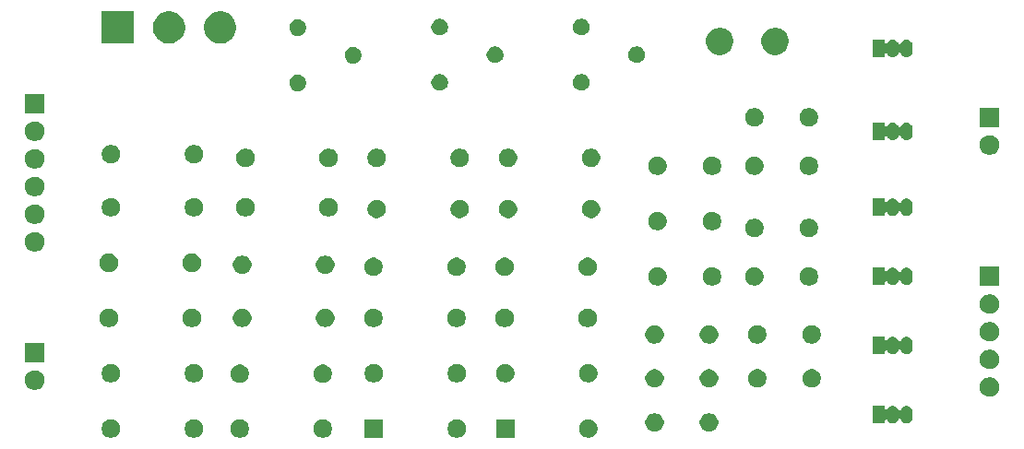
<source format=gbr>
G04 #@! TF.GenerationSoftware,KiCad,Pcbnew,(5.1.5)-3*
G04 #@! TF.CreationDate,2020-01-24T15:28:57-05:00*
G04 #@! TF.ProjectId,chroma,6368726f-6d61-42e6-9b69-6361645f7063,v01*
G04 #@! TF.SameCoordinates,Original*
G04 #@! TF.FileFunction,Soldermask,Bot*
G04 #@! TF.FilePolarity,Negative*
%FSLAX46Y46*%
G04 Gerber Fmt 4.6, Leading zero omitted, Abs format (unit mm)*
G04 Created by KiCad (PCBNEW (5.1.5)-3) date 2020-01-24 15:28:57*
%MOMM*%
%LPD*%
G04 APERTURE LIST*
%ADD10C,0.100000*%
G04 APERTURE END LIST*
D10*
G36*
X-54606772Y-158566703D02*
G01*
X-54451900Y-158630853D01*
X-54312519Y-158723985D01*
X-54193985Y-158842519D01*
X-54100853Y-158981900D01*
X-54036703Y-159136772D01*
X-54004000Y-159301184D01*
X-54004000Y-159468816D01*
X-54036703Y-159633228D01*
X-54100853Y-159788100D01*
X-54193985Y-159927481D01*
X-54312519Y-160046015D01*
X-54451900Y-160139147D01*
X-54606772Y-160203297D01*
X-54771184Y-160236000D01*
X-54938816Y-160236000D01*
X-55103228Y-160203297D01*
X-55258100Y-160139147D01*
X-55397481Y-160046015D01*
X-55516015Y-159927481D01*
X-55609147Y-159788100D01*
X-55673297Y-159633228D01*
X-55706000Y-159468816D01*
X-55706000Y-159301184D01*
X-55673297Y-159136772D01*
X-55609147Y-158981900D01*
X-55516015Y-158842519D01*
X-55397481Y-158723985D01*
X-55258100Y-158630853D01*
X-55103228Y-158566703D01*
X-54938816Y-158534000D01*
X-54771184Y-158534000D01*
X-54606772Y-158566703D01*
G37*
G36*
X-62226772Y-158566703D02*
G01*
X-62071900Y-158630853D01*
X-61932519Y-158723985D01*
X-61813985Y-158842519D01*
X-61720853Y-158981900D01*
X-61656703Y-159136772D01*
X-61624000Y-159301184D01*
X-61624000Y-159468816D01*
X-61656703Y-159633228D01*
X-61720853Y-159788100D01*
X-61813985Y-159927481D01*
X-61932519Y-160046015D01*
X-62071900Y-160139147D01*
X-62226772Y-160203297D01*
X-62391184Y-160236000D01*
X-62558816Y-160236000D01*
X-62723228Y-160203297D01*
X-62878100Y-160139147D01*
X-63017481Y-160046015D01*
X-63136015Y-159927481D01*
X-63229147Y-159788100D01*
X-63293297Y-159633228D01*
X-63326000Y-159468816D01*
X-63326000Y-159301184D01*
X-63293297Y-159136772D01*
X-63229147Y-158981900D01*
X-63136015Y-158842519D01*
X-63017481Y-158723985D01*
X-62878100Y-158630853D01*
X-62723228Y-158566703D01*
X-62558816Y-158534000D01*
X-62391184Y-158534000D01*
X-62226772Y-158566703D01*
G37*
G36*
X-30231772Y-158566703D02*
G01*
X-30076900Y-158630853D01*
X-29937519Y-158723985D01*
X-29818985Y-158842519D01*
X-29725853Y-158981900D01*
X-29661703Y-159136772D01*
X-29629000Y-159301184D01*
X-29629000Y-159468816D01*
X-29661703Y-159633228D01*
X-29725853Y-159788100D01*
X-29818985Y-159927481D01*
X-29937519Y-160046015D01*
X-30076900Y-160139147D01*
X-30231772Y-160203297D01*
X-30396184Y-160236000D01*
X-30563816Y-160236000D01*
X-30728228Y-160203297D01*
X-30883100Y-160139147D01*
X-31022481Y-160046015D01*
X-31141015Y-159927481D01*
X-31234147Y-159788100D01*
X-31298297Y-159633228D01*
X-31331000Y-159468816D01*
X-31331000Y-159301184D01*
X-31298297Y-159136772D01*
X-31234147Y-158981900D01*
X-31141015Y-158842519D01*
X-31022481Y-158723985D01*
X-30883100Y-158630853D01*
X-30728228Y-158566703D01*
X-30563816Y-158534000D01*
X-30396184Y-158534000D01*
X-30231772Y-158566703D01*
G37*
G36*
X-42296772Y-158566703D02*
G01*
X-42141900Y-158630853D01*
X-42002519Y-158723985D01*
X-41883985Y-158842519D01*
X-41790853Y-158981900D01*
X-41726703Y-159136772D01*
X-41694000Y-159301184D01*
X-41694000Y-159468816D01*
X-41726703Y-159633228D01*
X-41790853Y-159788100D01*
X-41883985Y-159927481D01*
X-42002519Y-160046015D01*
X-42141900Y-160139147D01*
X-42296772Y-160203297D01*
X-42461184Y-160236000D01*
X-42628816Y-160236000D01*
X-42793228Y-160203297D01*
X-42948100Y-160139147D01*
X-43087481Y-160046015D01*
X-43206015Y-159927481D01*
X-43299147Y-159788100D01*
X-43363297Y-159633228D01*
X-43396000Y-159468816D01*
X-43396000Y-159301184D01*
X-43363297Y-159136772D01*
X-43299147Y-158981900D01*
X-43206015Y-158842519D01*
X-43087481Y-158723985D01*
X-42948100Y-158630853D01*
X-42793228Y-158566703D01*
X-42628816Y-158534000D01*
X-42461184Y-158534000D01*
X-42296772Y-158566703D01*
G37*
G36*
X-49314000Y-160236000D02*
G01*
X-51016000Y-160236000D01*
X-51016000Y-158534000D01*
X-49314000Y-158534000D01*
X-49314000Y-160236000D01*
G37*
G36*
X-37249000Y-160236000D02*
G01*
X-38951000Y-160236000D01*
X-38951000Y-158534000D01*
X-37249000Y-158534000D01*
X-37249000Y-160236000D01*
G37*
G36*
X-66426772Y-158566703D02*
G01*
X-66271900Y-158630853D01*
X-66132519Y-158723985D01*
X-66013985Y-158842519D01*
X-65920853Y-158981900D01*
X-65856703Y-159136772D01*
X-65824000Y-159301184D01*
X-65824000Y-159468816D01*
X-65856703Y-159633228D01*
X-65920853Y-159788100D01*
X-66013985Y-159927481D01*
X-66132519Y-160046015D01*
X-66271900Y-160139147D01*
X-66426772Y-160203297D01*
X-66591184Y-160236000D01*
X-66758816Y-160236000D01*
X-66923228Y-160203297D01*
X-67078100Y-160139147D01*
X-67217481Y-160046015D01*
X-67336015Y-159927481D01*
X-67429147Y-159788100D01*
X-67493297Y-159633228D01*
X-67526000Y-159468816D01*
X-67526000Y-159301184D01*
X-67493297Y-159136772D01*
X-67429147Y-158981900D01*
X-67336015Y-158842519D01*
X-67217481Y-158723985D01*
X-67078100Y-158630853D01*
X-66923228Y-158566703D01*
X-66758816Y-158534000D01*
X-66591184Y-158534000D01*
X-66426772Y-158566703D01*
G37*
G36*
X-74046772Y-158566703D02*
G01*
X-73891900Y-158630853D01*
X-73752519Y-158723985D01*
X-73633985Y-158842519D01*
X-73540853Y-158981900D01*
X-73476703Y-159136772D01*
X-73444000Y-159301184D01*
X-73444000Y-159468816D01*
X-73476703Y-159633228D01*
X-73540853Y-159788100D01*
X-73633985Y-159927481D01*
X-73752519Y-160046015D01*
X-73891900Y-160139147D01*
X-74046772Y-160203297D01*
X-74211184Y-160236000D01*
X-74378816Y-160236000D01*
X-74543228Y-160203297D01*
X-74698100Y-160139147D01*
X-74837481Y-160046015D01*
X-74956015Y-159927481D01*
X-75049147Y-159788100D01*
X-75113297Y-159633228D01*
X-75146000Y-159468816D01*
X-75146000Y-159301184D01*
X-75113297Y-159136772D01*
X-75049147Y-158981900D01*
X-74956015Y-158842519D01*
X-74837481Y-158723985D01*
X-74698100Y-158630853D01*
X-74543228Y-158566703D01*
X-74378816Y-158534000D01*
X-74211184Y-158534000D01*
X-74046772Y-158566703D01*
G37*
G36*
X-19151772Y-158016703D02*
G01*
X-18996900Y-158080853D01*
X-18857519Y-158173985D01*
X-18738985Y-158292519D01*
X-18645853Y-158431900D01*
X-18581703Y-158586772D01*
X-18549000Y-158751184D01*
X-18549000Y-158918816D01*
X-18581703Y-159083228D01*
X-18645853Y-159238100D01*
X-18738985Y-159377481D01*
X-18857519Y-159496015D01*
X-18996900Y-159589147D01*
X-19151772Y-159653297D01*
X-19316184Y-159686000D01*
X-19483816Y-159686000D01*
X-19648228Y-159653297D01*
X-19803100Y-159589147D01*
X-19942481Y-159496015D01*
X-20061015Y-159377481D01*
X-20154147Y-159238100D01*
X-20218297Y-159083228D01*
X-20251000Y-158918816D01*
X-20251000Y-158751184D01*
X-20218297Y-158586772D01*
X-20154147Y-158431900D01*
X-20061015Y-158292519D01*
X-19942481Y-158173985D01*
X-19803100Y-158080853D01*
X-19648228Y-158016703D01*
X-19483816Y-157984000D01*
X-19316184Y-157984000D01*
X-19151772Y-158016703D01*
G37*
G36*
X-24151772Y-158016703D02*
G01*
X-23996900Y-158080853D01*
X-23857519Y-158173985D01*
X-23738985Y-158292519D01*
X-23645853Y-158431900D01*
X-23581703Y-158586772D01*
X-23549000Y-158751184D01*
X-23549000Y-158918816D01*
X-23581703Y-159083228D01*
X-23645853Y-159238100D01*
X-23738985Y-159377481D01*
X-23857519Y-159496015D01*
X-23996900Y-159589147D01*
X-24151772Y-159653297D01*
X-24316184Y-159686000D01*
X-24483816Y-159686000D01*
X-24648228Y-159653297D01*
X-24803100Y-159589147D01*
X-24942481Y-159496015D01*
X-25061015Y-159377481D01*
X-25154147Y-159238100D01*
X-25218297Y-159083228D01*
X-25251000Y-158918816D01*
X-25251000Y-158751184D01*
X-25218297Y-158586772D01*
X-25154147Y-158431900D01*
X-25061015Y-158292519D01*
X-24942481Y-158173985D01*
X-24803100Y-158080853D01*
X-24648228Y-158016703D01*
X-24483816Y-157984000D01*
X-24316184Y-157984000D01*
X-24151772Y-158016703D01*
G37*
G36*
X-1161985Y-157321973D02*
G01*
X-1058121Y-157353479D01*
X-1030945Y-157368005D01*
X-962400Y-157404643D01*
X-878499Y-157473499D01*
X-809643Y-157557400D01*
X-773005Y-157625945D01*
X-758479Y-157653121D01*
X-726973Y-157756985D01*
X-719000Y-157837933D01*
X-719000Y-158392067D01*
X-726973Y-158473015D01*
X-758479Y-158576879D01*
X-809644Y-158672600D01*
X-878499Y-158756501D01*
X-947355Y-158813009D01*
X-962401Y-158825357D01*
X-994509Y-158842519D01*
X-1058122Y-158876521D01*
X-1161986Y-158908027D01*
X-1270000Y-158918666D01*
X-1378015Y-158908027D01*
X-1481879Y-158876521D01*
X-1545491Y-158842519D01*
X-1577599Y-158825357D01*
X-1590357Y-158814887D01*
X-1661501Y-158756501D01*
X-1730356Y-158672600D01*
X-1781521Y-158576878D01*
X-1785385Y-158564139D01*
X-1794761Y-158541503D01*
X-1808375Y-158521129D01*
X-1825702Y-158503802D01*
X-1846077Y-158490188D01*
X-1868715Y-158480811D01*
X-1892749Y-158476031D01*
X-1917253Y-158476031D01*
X-1941286Y-158480812D01*
X-1963925Y-158490189D01*
X-1984299Y-158503803D01*
X-2001626Y-158521130D01*
X-2015240Y-158541505D01*
X-2024612Y-158564131D01*
X-2028479Y-158576879D01*
X-2079644Y-158672600D01*
X-2148499Y-158756501D01*
X-2217355Y-158813009D01*
X-2232401Y-158825357D01*
X-2264509Y-158842519D01*
X-2328122Y-158876521D01*
X-2431986Y-158908027D01*
X-2540000Y-158918666D01*
X-2648015Y-158908027D01*
X-2751879Y-158876521D01*
X-2815491Y-158842519D01*
X-2847599Y-158825357D01*
X-2860357Y-158814887D01*
X-2931501Y-158756501D01*
X-3000356Y-158672600D01*
X-3023766Y-158628804D01*
X-3037375Y-158608436D01*
X-3054702Y-158591109D01*
X-3075076Y-158577495D01*
X-3097715Y-158568118D01*
X-3121748Y-158563337D01*
X-3146252Y-158563337D01*
X-3170286Y-158568117D01*
X-3192924Y-158577494D01*
X-3213299Y-158591108D01*
X-3230626Y-158608435D01*
X-3244240Y-158628809D01*
X-3253617Y-158651448D01*
X-3258398Y-158675481D01*
X-3259000Y-158687734D01*
X-3259000Y-158916000D01*
X-4361000Y-158916000D01*
X-4361000Y-157314000D01*
X-3259000Y-157314000D01*
X-3259000Y-157542265D01*
X-3256598Y-157566651D01*
X-3249485Y-157590100D01*
X-3237934Y-157611711D01*
X-3222389Y-157630653D01*
X-3203447Y-157646198D01*
X-3181836Y-157657749D01*
X-3158387Y-157664862D01*
X-3134001Y-157667264D01*
X-3109615Y-157664862D01*
X-3086166Y-157657749D01*
X-3064555Y-157646198D01*
X-3045613Y-157630653D01*
X-3030068Y-157611711D01*
X-3023761Y-157601188D01*
X-3000356Y-157557399D01*
X-2931500Y-157473499D01*
X-2847599Y-157404643D01*
X-2779054Y-157368005D01*
X-2751878Y-157353479D01*
X-2648014Y-157321973D01*
X-2540000Y-157311334D01*
X-2431985Y-157321973D01*
X-2328121Y-157353479D01*
X-2300945Y-157368005D01*
X-2232400Y-157404643D01*
X-2148499Y-157473499D01*
X-2079643Y-157557400D01*
X-2043005Y-157625945D01*
X-2028479Y-157653121D01*
X-2024612Y-157665869D01*
X-2015240Y-157688496D01*
X-2001626Y-157708870D01*
X-1984299Y-157726197D01*
X-1963925Y-157739811D01*
X-1941286Y-157749188D01*
X-1917253Y-157753969D01*
X-1892749Y-157753969D01*
X-1868715Y-157749189D01*
X-1846076Y-157739812D01*
X-1825702Y-157726198D01*
X-1808375Y-157708871D01*
X-1794761Y-157688497D01*
X-1785383Y-157665857D01*
X-1785081Y-157664862D01*
X-1781520Y-157653121D01*
X-1781519Y-157653118D01*
X-1730357Y-157557401D01*
X-1661500Y-157473499D01*
X-1577599Y-157404643D01*
X-1509054Y-157368005D01*
X-1481878Y-157353479D01*
X-1378014Y-157321973D01*
X-1270000Y-157311334D01*
X-1161985Y-157321973D01*
G37*
G36*
X6454769Y-154677188D02*
G01*
X6612812Y-154708624D01*
X6776784Y-154776544D01*
X6924354Y-154875147D01*
X7049853Y-155000646D01*
X7148456Y-155148216D01*
X7216376Y-155312188D01*
X7251000Y-155486259D01*
X7251000Y-155663741D01*
X7216376Y-155837812D01*
X7148456Y-156001784D01*
X7049853Y-156149354D01*
X6924354Y-156274853D01*
X6776784Y-156373456D01*
X6612812Y-156441376D01*
X6463512Y-156471073D01*
X6438742Y-156476000D01*
X6261258Y-156476000D01*
X6236488Y-156471073D01*
X6087188Y-156441376D01*
X5923216Y-156373456D01*
X5775646Y-156274853D01*
X5650147Y-156149354D01*
X5551544Y-156001784D01*
X5483624Y-155837812D01*
X5449000Y-155663741D01*
X5449000Y-155486259D01*
X5483624Y-155312188D01*
X5551544Y-155148216D01*
X5650147Y-155000646D01*
X5775646Y-154875147D01*
X5923216Y-154776544D01*
X6087188Y-154708624D01*
X6245231Y-154677188D01*
X6261258Y-154674000D01*
X6438742Y-154674000D01*
X6454769Y-154677188D01*
G37*
G36*
X-81166488Y-154043927D02*
G01*
X-81017188Y-154073624D01*
X-80853216Y-154141544D01*
X-80705646Y-154240147D01*
X-80580147Y-154365646D01*
X-80481544Y-154513216D01*
X-80413624Y-154677188D01*
X-80379000Y-154851259D01*
X-80379000Y-155028741D01*
X-80413624Y-155202812D01*
X-80481544Y-155366784D01*
X-80580147Y-155514354D01*
X-80705646Y-155639853D01*
X-80853216Y-155738456D01*
X-81017188Y-155806376D01*
X-81166488Y-155836073D01*
X-81191258Y-155841000D01*
X-81368742Y-155841000D01*
X-81393512Y-155836073D01*
X-81542812Y-155806376D01*
X-81706784Y-155738456D01*
X-81854354Y-155639853D01*
X-81979853Y-155514354D01*
X-82078456Y-155366784D01*
X-82146376Y-155202812D01*
X-82181000Y-155028741D01*
X-82181000Y-154851259D01*
X-82146376Y-154677188D01*
X-82078456Y-154513216D01*
X-81979853Y-154365646D01*
X-81854354Y-154240147D01*
X-81706784Y-154141544D01*
X-81542812Y-154073624D01*
X-81393512Y-154043927D01*
X-81368742Y-154039000D01*
X-81191258Y-154039000D01*
X-81166488Y-154043927D01*
G37*
G36*
X-9731772Y-153966703D02*
G01*
X-9576900Y-154030853D01*
X-9437519Y-154123985D01*
X-9318985Y-154242519D01*
X-9225853Y-154381900D01*
X-9161703Y-154536772D01*
X-9129000Y-154701184D01*
X-9129000Y-154868816D01*
X-9161703Y-155033228D01*
X-9225853Y-155188100D01*
X-9318985Y-155327481D01*
X-9437519Y-155446015D01*
X-9576900Y-155539147D01*
X-9731772Y-155603297D01*
X-9896184Y-155636000D01*
X-10063816Y-155636000D01*
X-10228228Y-155603297D01*
X-10383100Y-155539147D01*
X-10522481Y-155446015D01*
X-10641015Y-155327481D01*
X-10734147Y-155188100D01*
X-10798297Y-155033228D01*
X-10831000Y-154868816D01*
X-10831000Y-154701184D01*
X-10798297Y-154536772D01*
X-10734147Y-154381900D01*
X-10641015Y-154242519D01*
X-10522481Y-154123985D01*
X-10383100Y-154030853D01*
X-10228228Y-153966703D01*
X-10063816Y-153934000D01*
X-9896184Y-153934000D01*
X-9731772Y-153966703D01*
G37*
G36*
X-24151772Y-153966703D02*
G01*
X-23996900Y-154030853D01*
X-23857519Y-154123985D01*
X-23738985Y-154242519D01*
X-23645853Y-154381900D01*
X-23581703Y-154536772D01*
X-23549000Y-154701184D01*
X-23549000Y-154868816D01*
X-23581703Y-155033228D01*
X-23645853Y-155188100D01*
X-23738985Y-155327481D01*
X-23857519Y-155446015D01*
X-23996900Y-155539147D01*
X-24151772Y-155603297D01*
X-24316184Y-155636000D01*
X-24483816Y-155636000D01*
X-24648228Y-155603297D01*
X-24803100Y-155539147D01*
X-24942481Y-155446015D01*
X-25061015Y-155327481D01*
X-25154147Y-155188100D01*
X-25218297Y-155033228D01*
X-25251000Y-154868816D01*
X-25251000Y-154701184D01*
X-25218297Y-154536772D01*
X-25154147Y-154381900D01*
X-25061015Y-154242519D01*
X-24942481Y-154123985D01*
X-24803100Y-154030853D01*
X-24648228Y-153966703D01*
X-24483816Y-153934000D01*
X-24316184Y-153934000D01*
X-24151772Y-153966703D01*
G37*
G36*
X-14731772Y-153966703D02*
G01*
X-14576900Y-154030853D01*
X-14437519Y-154123985D01*
X-14318985Y-154242519D01*
X-14225853Y-154381900D01*
X-14161703Y-154536772D01*
X-14129000Y-154701184D01*
X-14129000Y-154868816D01*
X-14161703Y-155033228D01*
X-14225853Y-155188100D01*
X-14318985Y-155327481D01*
X-14437519Y-155446015D01*
X-14576900Y-155539147D01*
X-14731772Y-155603297D01*
X-14896184Y-155636000D01*
X-15063816Y-155636000D01*
X-15228228Y-155603297D01*
X-15383100Y-155539147D01*
X-15522481Y-155446015D01*
X-15641015Y-155327481D01*
X-15734147Y-155188100D01*
X-15798297Y-155033228D01*
X-15831000Y-154868816D01*
X-15831000Y-154701184D01*
X-15798297Y-154536772D01*
X-15734147Y-154381900D01*
X-15641015Y-154242519D01*
X-15522481Y-154123985D01*
X-15383100Y-154030853D01*
X-15228228Y-153966703D01*
X-15063816Y-153934000D01*
X-14896184Y-153934000D01*
X-14731772Y-153966703D01*
G37*
G36*
X-19151772Y-153966703D02*
G01*
X-18996900Y-154030853D01*
X-18857519Y-154123985D01*
X-18738985Y-154242519D01*
X-18645853Y-154381900D01*
X-18581703Y-154536772D01*
X-18549000Y-154701184D01*
X-18549000Y-154868816D01*
X-18581703Y-155033228D01*
X-18645853Y-155188100D01*
X-18738985Y-155327481D01*
X-18857519Y-155446015D01*
X-18996900Y-155539147D01*
X-19151772Y-155603297D01*
X-19316184Y-155636000D01*
X-19483816Y-155636000D01*
X-19648228Y-155603297D01*
X-19803100Y-155539147D01*
X-19942481Y-155446015D01*
X-20061015Y-155327481D01*
X-20154147Y-155188100D01*
X-20218297Y-155033228D01*
X-20251000Y-154868816D01*
X-20251000Y-154701184D01*
X-20218297Y-154536772D01*
X-20154147Y-154381900D01*
X-20061015Y-154242519D01*
X-19942481Y-154123985D01*
X-19803100Y-154030853D01*
X-19648228Y-153966703D01*
X-19483816Y-153934000D01*
X-19316184Y-153934000D01*
X-19151772Y-153966703D01*
G37*
G36*
X-54606772Y-153541703D02*
G01*
X-54451900Y-153605853D01*
X-54312519Y-153698985D01*
X-54193985Y-153817519D01*
X-54100853Y-153956900D01*
X-54036703Y-154111772D01*
X-54004000Y-154276184D01*
X-54004000Y-154443816D01*
X-54036703Y-154608228D01*
X-54100853Y-154763100D01*
X-54193985Y-154902481D01*
X-54312519Y-155021015D01*
X-54451900Y-155114147D01*
X-54606772Y-155178297D01*
X-54771184Y-155211000D01*
X-54938816Y-155211000D01*
X-55103228Y-155178297D01*
X-55258100Y-155114147D01*
X-55397481Y-155021015D01*
X-55516015Y-154902481D01*
X-55609147Y-154763100D01*
X-55673297Y-154608228D01*
X-55706000Y-154443816D01*
X-55706000Y-154276184D01*
X-55673297Y-154111772D01*
X-55609147Y-153956900D01*
X-55516015Y-153817519D01*
X-55397481Y-153698985D01*
X-55258100Y-153605853D01*
X-55103228Y-153541703D01*
X-54938816Y-153509000D01*
X-54771184Y-153509000D01*
X-54606772Y-153541703D01*
G37*
G36*
X-62226772Y-153541703D02*
G01*
X-62071900Y-153605853D01*
X-61932519Y-153698985D01*
X-61813985Y-153817519D01*
X-61720853Y-153956900D01*
X-61656703Y-154111772D01*
X-61624000Y-154276184D01*
X-61624000Y-154443816D01*
X-61656703Y-154608228D01*
X-61720853Y-154763100D01*
X-61813985Y-154902481D01*
X-61932519Y-155021015D01*
X-62071900Y-155114147D01*
X-62226772Y-155178297D01*
X-62391184Y-155211000D01*
X-62558816Y-155211000D01*
X-62723228Y-155178297D01*
X-62878100Y-155114147D01*
X-63017481Y-155021015D01*
X-63136015Y-154902481D01*
X-63229147Y-154763100D01*
X-63293297Y-154608228D01*
X-63326000Y-154443816D01*
X-63326000Y-154276184D01*
X-63293297Y-154111772D01*
X-63229147Y-153956900D01*
X-63136015Y-153817519D01*
X-63017481Y-153698985D01*
X-62878100Y-153605853D01*
X-62723228Y-153541703D01*
X-62558816Y-153509000D01*
X-62391184Y-153509000D01*
X-62226772Y-153541703D01*
G37*
G36*
X-74046772Y-153486703D02*
G01*
X-73891900Y-153550853D01*
X-73752519Y-153643985D01*
X-73633985Y-153762519D01*
X-73540853Y-153901900D01*
X-73476703Y-154056772D01*
X-73444000Y-154221184D01*
X-73444000Y-154388816D01*
X-73476703Y-154553228D01*
X-73540853Y-154708100D01*
X-73633985Y-154847481D01*
X-73752519Y-154966015D01*
X-73891900Y-155059147D01*
X-74046772Y-155123297D01*
X-74211184Y-155156000D01*
X-74378816Y-155156000D01*
X-74543228Y-155123297D01*
X-74698100Y-155059147D01*
X-74837481Y-154966015D01*
X-74956015Y-154847481D01*
X-75049147Y-154708100D01*
X-75113297Y-154553228D01*
X-75146000Y-154388816D01*
X-75146000Y-154221184D01*
X-75113297Y-154056772D01*
X-75049147Y-153901900D01*
X-74956015Y-153762519D01*
X-74837481Y-153643985D01*
X-74698100Y-153550853D01*
X-74543228Y-153486703D01*
X-74378816Y-153454000D01*
X-74211184Y-153454000D01*
X-74046772Y-153486703D01*
G37*
G36*
X-66426772Y-153486703D02*
G01*
X-66271900Y-153550853D01*
X-66132519Y-153643985D01*
X-66013985Y-153762519D01*
X-65920853Y-153901900D01*
X-65856703Y-154056772D01*
X-65824000Y-154221184D01*
X-65824000Y-154388816D01*
X-65856703Y-154553228D01*
X-65920853Y-154708100D01*
X-66013985Y-154847481D01*
X-66132519Y-154966015D01*
X-66271900Y-155059147D01*
X-66426772Y-155123297D01*
X-66591184Y-155156000D01*
X-66758816Y-155156000D01*
X-66923228Y-155123297D01*
X-67078100Y-155059147D01*
X-67217481Y-154966015D01*
X-67336015Y-154847481D01*
X-67429147Y-154708100D01*
X-67493297Y-154553228D01*
X-67526000Y-154388816D01*
X-67526000Y-154221184D01*
X-67493297Y-154056772D01*
X-67429147Y-153901900D01*
X-67336015Y-153762519D01*
X-67217481Y-153643985D01*
X-67078100Y-153550853D01*
X-66923228Y-153486703D01*
X-66758816Y-153454000D01*
X-66591184Y-153454000D01*
X-66426772Y-153486703D01*
G37*
G36*
X-30231772Y-153486703D02*
G01*
X-30076900Y-153550853D01*
X-29937519Y-153643985D01*
X-29818985Y-153762519D01*
X-29725853Y-153901900D01*
X-29661703Y-154056772D01*
X-29629000Y-154221184D01*
X-29629000Y-154388816D01*
X-29661703Y-154553228D01*
X-29725853Y-154708100D01*
X-29818985Y-154847481D01*
X-29937519Y-154966015D01*
X-30076900Y-155059147D01*
X-30231772Y-155123297D01*
X-30396184Y-155156000D01*
X-30563816Y-155156000D01*
X-30728228Y-155123297D01*
X-30883100Y-155059147D01*
X-31022481Y-154966015D01*
X-31141015Y-154847481D01*
X-31234147Y-154708100D01*
X-31298297Y-154553228D01*
X-31331000Y-154388816D01*
X-31331000Y-154221184D01*
X-31298297Y-154056772D01*
X-31234147Y-153901900D01*
X-31141015Y-153762519D01*
X-31022481Y-153643985D01*
X-30883100Y-153550853D01*
X-30728228Y-153486703D01*
X-30563816Y-153454000D01*
X-30396184Y-153454000D01*
X-30231772Y-153486703D01*
G37*
G36*
X-37851772Y-153486703D02*
G01*
X-37696900Y-153550853D01*
X-37557519Y-153643985D01*
X-37438985Y-153762519D01*
X-37345853Y-153901900D01*
X-37281703Y-154056772D01*
X-37249000Y-154221184D01*
X-37249000Y-154388816D01*
X-37281703Y-154553228D01*
X-37345853Y-154708100D01*
X-37438985Y-154847481D01*
X-37557519Y-154966015D01*
X-37696900Y-155059147D01*
X-37851772Y-155123297D01*
X-38016184Y-155156000D01*
X-38183816Y-155156000D01*
X-38348228Y-155123297D01*
X-38503100Y-155059147D01*
X-38642481Y-154966015D01*
X-38761015Y-154847481D01*
X-38854147Y-154708100D01*
X-38918297Y-154553228D01*
X-38951000Y-154388816D01*
X-38951000Y-154221184D01*
X-38918297Y-154056772D01*
X-38854147Y-153901900D01*
X-38761015Y-153762519D01*
X-38642481Y-153643985D01*
X-38503100Y-153550853D01*
X-38348228Y-153486703D01*
X-38183816Y-153454000D01*
X-38016184Y-153454000D01*
X-37851772Y-153486703D01*
G37*
G36*
X-42296772Y-153486703D02*
G01*
X-42141900Y-153550853D01*
X-42002519Y-153643985D01*
X-41883985Y-153762519D01*
X-41790853Y-153901900D01*
X-41726703Y-154056772D01*
X-41694000Y-154221184D01*
X-41694000Y-154388816D01*
X-41726703Y-154553228D01*
X-41790853Y-154708100D01*
X-41883985Y-154847481D01*
X-42002519Y-154966015D01*
X-42141900Y-155059147D01*
X-42296772Y-155123297D01*
X-42461184Y-155156000D01*
X-42628816Y-155156000D01*
X-42793228Y-155123297D01*
X-42948100Y-155059147D01*
X-43087481Y-154966015D01*
X-43206015Y-154847481D01*
X-43299147Y-154708100D01*
X-43363297Y-154553228D01*
X-43396000Y-154388816D01*
X-43396000Y-154221184D01*
X-43363297Y-154056772D01*
X-43299147Y-153901900D01*
X-43206015Y-153762519D01*
X-43087481Y-153643985D01*
X-42948100Y-153550853D01*
X-42793228Y-153486703D01*
X-42628816Y-153454000D01*
X-42461184Y-153454000D01*
X-42296772Y-153486703D01*
G37*
G36*
X-49916772Y-153486703D02*
G01*
X-49761900Y-153550853D01*
X-49622519Y-153643985D01*
X-49503985Y-153762519D01*
X-49410853Y-153901900D01*
X-49346703Y-154056772D01*
X-49314000Y-154221184D01*
X-49314000Y-154388816D01*
X-49346703Y-154553228D01*
X-49410853Y-154708100D01*
X-49503985Y-154847481D01*
X-49622519Y-154966015D01*
X-49761900Y-155059147D01*
X-49916772Y-155123297D01*
X-50081184Y-155156000D01*
X-50248816Y-155156000D01*
X-50413228Y-155123297D01*
X-50568100Y-155059147D01*
X-50707481Y-154966015D01*
X-50826015Y-154847481D01*
X-50919147Y-154708100D01*
X-50983297Y-154553228D01*
X-51016000Y-154388816D01*
X-51016000Y-154221184D01*
X-50983297Y-154056772D01*
X-50919147Y-153901900D01*
X-50826015Y-153762519D01*
X-50707481Y-153643985D01*
X-50568100Y-153550853D01*
X-50413228Y-153486703D01*
X-50248816Y-153454000D01*
X-50081184Y-153454000D01*
X-49916772Y-153486703D01*
G37*
G36*
X6463512Y-152138927D02*
G01*
X6612812Y-152168624D01*
X6776784Y-152236544D01*
X6924354Y-152335147D01*
X7049853Y-152460646D01*
X7148456Y-152608216D01*
X7216376Y-152772188D01*
X7251000Y-152946259D01*
X7251000Y-153123741D01*
X7216376Y-153297812D01*
X7148456Y-153461784D01*
X7049853Y-153609354D01*
X6924354Y-153734853D01*
X6776784Y-153833456D01*
X6612812Y-153901376D01*
X6463512Y-153931073D01*
X6438742Y-153936000D01*
X6261258Y-153936000D01*
X6236488Y-153931073D01*
X6087188Y-153901376D01*
X5923216Y-153833456D01*
X5775646Y-153734853D01*
X5650147Y-153609354D01*
X5551544Y-153461784D01*
X5483624Y-153297812D01*
X5449000Y-153123741D01*
X5449000Y-152946259D01*
X5483624Y-152772188D01*
X5551544Y-152608216D01*
X5650147Y-152460646D01*
X5775646Y-152335147D01*
X5923216Y-152236544D01*
X6087188Y-152168624D01*
X6236488Y-152138927D01*
X6261258Y-152134000D01*
X6438742Y-152134000D01*
X6463512Y-152138927D01*
G37*
G36*
X-80379000Y-153301000D02*
G01*
X-82181000Y-153301000D01*
X-82181000Y-151499000D01*
X-80379000Y-151499000D01*
X-80379000Y-153301000D01*
G37*
G36*
X-1161985Y-150971973D02*
G01*
X-1058121Y-151003479D01*
X-1030945Y-151018005D01*
X-962400Y-151054643D01*
X-878499Y-151123499D01*
X-809643Y-151207400D01*
X-773005Y-151275945D01*
X-758479Y-151303121D01*
X-726973Y-151406985D01*
X-719000Y-151487933D01*
X-719000Y-152042067D01*
X-726973Y-152123015D01*
X-758479Y-152226879D01*
X-809644Y-152322600D01*
X-878499Y-152406501D01*
X-944476Y-152460646D01*
X-962401Y-152475357D01*
X-1014093Y-152502987D01*
X-1058122Y-152526521D01*
X-1161986Y-152558027D01*
X-1270000Y-152568666D01*
X-1378015Y-152558027D01*
X-1481879Y-152526521D01*
X-1525907Y-152502987D01*
X-1577599Y-152475357D01*
X-1595524Y-152460646D01*
X-1661501Y-152406501D01*
X-1730356Y-152322600D01*
X-1781521Y-152226878D01*
X-1785385Y-152214139D01*
X-1794761Y-152191503D01*
X-1808375Y-152171129D01*
X-1825702Y-152153802D01*
X-1846077Y-152140188D01*
X-1868715Y-152130811D01*
X-1892749Y-152126031D01*
X-1917253Y-152126031D01*
X-1941286Y-152130812D01*
X-1963925Y-152140189D01*
X-1984299Y-152153803D01*
X-2001626Y-152171130D01*
X-2015240Y-152191505D01*
X-2024612Y-152214131D01*
X-2028479Y-152226879D01*
X-2079644Y-152322600D01*
X-2148499Y-152406501D01*
X-2214476Y-152460646D01*
X-2232401Y-152475357D01*
X-2284093Y-152502987D01*
X-2328122Y-152526521D01*
X-2431986Y-152558027D01*
X-2540000Y-152568666D01*
X-2648015Y-152558027D01*
X-2751879Y-152526521D01*
X-2795907Y-152502987D01*
X-2847599Y-152475357D01*
X-2865524Y-152460646D01*
X-2931501Y-152406501D01*
X-3000356Y-152322600D01*
X-3023766Y-152278804D01*
X-3037375Y-152258436D01*
X-3054702Y-152241109D01*
X-3075076Y-152227495D01*
X-3097715Y-152218118D01*
X-3121748Y-152213337D01*
X-3146252Y-152213337D01*
X-3170286Y-152218117D01*
X-3192924Y-152227494D01*
X-3213299Y-152241108D01*
X-3230626Y-152258435D01*
X-3244240Y-152278809D01*
X-3253617Y-152301448D01*
X-3258398Y-152325481D01*
X-3259000Y-152337734D01*
X-3259000Y-152566000D01*
X-4361000Y-152566000D01*
X-4361000Y-150964000D01*
X-3259000Y-150964000D01*
X-3259000Y-151192265D01*
X-3256598Y-151216651D01*
X-3249485Y-151240100D01*
X-3237934Y-151261711D01*
X-3222389Y-151280653D01*
X-3203447Y-151296198D01*
X-3181836Y-151307749D01*
X-3158387Y-151314862D01*
X-3134001Y-151317264D01*
X-3109615Y-151314862D01*
X-3086166Y-151307749D01*
X-3064555Y-151296198D01*
X-3045613Y-151280653D01*
X-3030068Y-151261711D01*
X-3023761Y-151251188D01*
X-3000356Y-151207399D01*
X-2931500Y-151123499D01*
X-2847599Y-151054643D01*
X-2779054Y-151018005D01*
X-2751878Y-151003479D01*
X-2648014Y-150971973D01*
X-2540000Y-150961334D01*
X-2431985Y-150971973D01*
X-2328121Y-151003479D01*
X-2300945Y-151018005D01*
X-2232400Y-151054643D01*
X-2148499Y-151123499D01*
X-2079643Y-151207400D01*
X-2043005Y-151275945D01*
X-2028479Y-151303121D01*
X-2024612Y-151315869D01*
X-2015240Y-151338496D01*
X-2001626Y-151358870D01*
X-1984299Y-151376197D01*
X-1963925Y-151389811D01*
X-1941286Y-151399188D01*
X-1917253Y-151403969D01*
X-1892749Y-151403969D01*
X-1868715Y-151399189D01*
X-1846076Y-151389812D01*
X-1825702Y-151376198D01*
X-1808375Y-151358871D01*
X-1794761Y-151338497D01*
X-1785383Y-151315857D01*
X-1785081Y-151314862D01*
X-1781520Y-151303121D01*
X-1781519Y-151303118D01*
X-1730357Y-151207401D01*
X-1661500Y-151123499D01*
X-1577599Y-151054643D01*
X-1509054Y-151018005D01*
X-1481878Y-151003479D01*
X-1378014Y-150971973D01*
X-1270000Y-150961334D01*
X-1161985Y-150971973D01*
G37*
G36*
X-19151772Y-149916703D02*
G01*
X-18996900Y-149980853D01*
X-18857519Y-150073985D01*
X-18738985Y-150192519D01*
X-18645853Y-150331900D01*
X-18581703Y-150486772D01*
X-18549000Y-150651184D01*
X-18549000Y-150818816D01*
X-18581703Y-150983228D01*
X-18645853Y-151138100D01*
X-18738985Y-151277481D01*
X-18857519Y-151396015D01*
X-18996900Y-151489147D01*
X-19151772Y-151553297D01*
X-19316184Y-151586000D01*
X-19483816Y-151586000D01*
X-19648228Y-151553297D01*
X-19803100Y-151489147D01*
X-19942481Y-151396015D01*
X-20061015Y-151277481D01*
X-20154147Y-151138100D01*
X-20218297Y-150983228D01*
X-20251000Y-150818816D01*
X-20251000Y-150651184D01*
X-20218297Y-150486772D01*
X-20154147Y-150331900D01*
X-20061015Y-150192519D01*
X-19942481Y-150073985D01*
X-19803100Y-149980853D01*
X-19648228Y-149916703D01*
X-19483816Y-149884000D01*
X-19316184Y-149884000D01*
X-19151772Y-149916703D01*
G37*
G36*
X-14731772Y-149916703D02*
G01*
X-14576900Y-149980853D01*
X-14437519Y-150073985D01*
X-14318985Y-150192519D01*
X-14225853Y-150331900D01*
X-14161703Y-150486772D01*
X-14129000Y-150651184D01*
X-14129000Y-150818816D01*
X-14161703Y-150983228D01*
X-14225853Y-151138100D01*
X-14318985Y-151277481D01*
X-14437519Y-151396015D01*
X-14576900Y-151489147D01*
X-14731772Y-151553297D01*
X-14896184Y-151586000D01*
X-15063816Y-151586000D01*
X-15228228Y-151553297D01*
X-15383100Y-151489147D01*
X-15522481Y-151396015D01*
X-15641015Y-151277481D01*
X-15734147Y-151138100D01*
X-15798297Y-150983228D01*
X-15831000Y-150818816D01*
X-15831000Y-150651184D01*
X-15798297Y-150486772D01*
X-15734147Y-150331900D01*
X-15641015Y-150192519D01*
X-15522481Y-150073985D01*
X-15383100Y-149980853D01*
X-15228228Y-149916703D01*
X-15063816Y-149884000D01*
X-14896184Y-149884000D01*
X-14731772Y-149916703D01*
G37*
G36*
X-9731772Y-149916703D02*
G01*
X-9576900Y-149980853D01*
X-9437519Y-150073985D01*
X-9318985Y-150192519D01*
X-9225853Y-150331900D01*
X-9161703Y-150486772D01*
X-9129000Y-150651184D01*
X-9129000Y-150818816D01*
X-9161703Y-150983228D01*
X-9225853Y-151138100D01*
X-9318985Y-151277481D01*
X-9437519Y-151396015D01*
X-9576900Y-151489147D01*
X-9731772Y-151553297D01*
X-9896184Y-151586000D01*
X-10063816Y-151586000D01*
X-10228228Y-151553297D01*
X-10383100Y-151489147D01*
X-10522481Y-151396015D01*
X-10641015Y-151277481D01*
X-10734147Y-151138100D01*
X-10798297Y-150983228D01*
X-10831000Y-150818816D01*
X-10831000Y-150651184D01*
X-10798297Y-150486772D01*
X-10734147Y-150331900D01*
X-10641015Y-150192519D01*
X-10522481Y-150073985D01*
X-10383100Y-149980853D01*
X-10228228Y-149916703D01*
X-10063816Y-149884000D01*
X-9896184Y-149884000D01*
X-9731772Y-149916703D01*
G37*
G36*
X-24151772Y-149916703D02*
G01*
X-23996900Y-149980853D01*
X-23857519Y-150073985D01*
X-23738985Y-150192519D01*
X-23645853Y-150331900D01*
X-23581703Y-150486772D01*
X-23549000Y-150651184D01*
X-23549000Y-150818816D01*
X-23581703Y-150983228D01*
X-23645853Y-151138100D01*
X-23738985Y-151277481D01*
X-23857519Y-151396015D01*
X-23996900Y-151489147D01*
X-24151772Y-151553297D01*
X-24316184Y-151586000D01*
X-24483816Y-151586000D01*
X-24648228Y-151553297D01*
X-24803100Y-151489147D01*
X-24942481Y-151396015D01*
X-25061015Y-151277481D01*
X-25154147Y-151138100D01*
X-25218297Y-150983228D01*
X-25251000Y-150818816D01*
X-25251000Y-150651184D01*
X-25218297Y-150486772D01*
X-25154147Y-150331900D01*
X-25061015Y-150192519D01*
X-24942481Y-150073985D01*
X-24803100Y-149980853D01*
X-24648228Y-149916703D01*
X-24483816Y-149884000D01*
X-24316184Y-149884000D01*
X-24151772Y-149916703D01*
G37*
G36*
X6463512Y-149598927D02*
G01*
X6612812Y-149628624D01*
X6776784Y-149696544D01*
X6924354Y-149795147D01*
X7049853Y-149920646D01*
X7148456Y-150068216D01*
X7216376Y-150232188D01*
X7251000Y-150406259D01*
X7251000Y-150583741D01*
X7216376Y-150757812D01*
X7148456Y-150921784D01*
X7049853Y-151069354D01*
X6924354Y-151194853D01*
X6776784Y-151293456D01*
X6612812Y-151361376D01*
X6469856Y-151389811D01*
X6438742Y-151396000D01*
X6261258Y-151396000D01*
X6230144Y-151389811D01*
X6087188Y-151361376D01*
X5923216Y-151293456D01*
X5775646Y-151194853D01*
X5650147Y-151069354D01*
X5551544Y-150921784D01*
X5483624Y-150757812D01*
X5449000Y-150583741D01*
X5449000Y-150406259D01*
X5483624Y-150232188D01*
X5551544Y-150068216D01*
X5650147Y-149920646D01*
X5775646Y-149795147D01*
X5923216Y-149696544D01*
X6087188Y-149628624D01*
X6236488Y-149598927D01*
X6261258Y-149594000D01*
X6438742Y-149594000D01*
X6463512Y-149598927D01*
G37*
G36*
X-37916772Y-148406703D02*
G01*
X-37761900Y-148470853D01*
X-37622519Y-148563985D01*
X-37503985Y-148682519D01*
X-37410853Y-148821900D01*
X-37346703Y-148976772D01*
X-37314000Y-149141184D01*
X-37314000Y-149308816D01*
X-37346703Y-149473228D01*
X-37410853Y-149628100D01*
X-37503985Y-149767481D01*
X-37622519Y-149886015D01*
X-37761900Y-149979147D01*
X-37916772Y-150043297D01*
X-38081184Y-150076000D01*
X-38248816Y-150076000D01*
X-38413228Y-150043297D01*
X-38568100Y-149979147D01*
X-38707481Y-149886015D01*
X-38826015Y-149767481D01*
X-38919147Y-149628100D01*
X-38983297Y-149473228D01*
X-39016000Y-149308816D01*
X-39016000Y-149141184D01*
X-38983297Y-148976772D01*
X-38919147Y-148821900D01*
X-38826015Y-148682519D01*
X-38707481Y-148563985D01*
X-38568100Y-148470853D01*
X-38413228Y-148406703D01*
X-38248816Y-148374000D01*
X-38081184Y-148374000D01*
X-37916772Y-148406703D01*
G37*
G36*
X-30296772Y-148406703D02*
G01*
X-30141900Y-148470853D01*
X-30002519Y-148563985D01*
X-29883985Y-148682519D01*
X-29790853Y-148821900D01*
X-29726703Y-148976772D01*
X-29694000Y-149141184D01*
X-29694000Y-149308816D01*
X-29726703Y-149473228D01*
X-29790853Y-149628100D01*
X-29883985Y-149767481D01*
X-30002519Y-149886015D01*
X-30141900Y-149979147D01*
X-30296772Y-150043297D01*
X-30461184Y-150076000D01*
X-30628816Y-150076000D01*
X-30793228Y-150043297D01*
X-30948100Y-149979147D01*
X-31087481Y-149886015D01*
X-31206015Y-149767481D01*
X-31299147Y-149628100D01*
X-31363297Y-149473228D01*
X-31396000Y-149308816D01*
X-31396000Y-149141184D01*
X-31363297Y-148976772D01*
X-31299147Y-148821900D01*
X-31206015Y-148682519D01*
X-31087481Y-148563985D01*
X-30948100Y-148470853D01*
X-30793228Y-148406703D01*
X-30628816Y-148374000D01*
X-30461184Y-148374000D01*
X-30296772Y-148406703D01*
G37*
G36*
X-74241772Y-148406703D02*
G01*
X-74086900Y-148470853D01*
X-73947519Y-148563985D01*
X-73828985Y-148682519D01*
X-73735853Y-148821900D01*
X-73671703Y-148976772D01*
X-73639000Y-149141184D01*
X-73639000Y-149308816D01*
X-73671703Y-149473228D01*
X-73735853Y-149628100D01*
X-73828985Y-149767481D01*
X-73947519Y-149886015D01*
X-74086900Y-149979147D01*
X-74241772Y-150043297D01*
X-74406184Y-150076000D01*
X-74573816Y-150076000D01*
X-74738228Y-150043297D01*
X-74893100Y-149979147D01*
X-75032481Y-149886015D01*
X-75151015Y-149767481D01*
X-75244147Y-149628100D01*
X-75308297Y-149473228D01*
X-75341000Y-149308816D01*
X-75341000Y-149141184D01*
X-75308297Y-148976772D01*
X-75244147Y-148821900D01*
X-75151015Y-148682519D01*
X-75032481Y-148563985D01*
X-74893100Y-148470853D01*
X-74738228Y-148406703D01*
X-74573816Y-148374000D01*
X-74406184Y-148374000D01*
X-74241772Y-148406703D01*
G37*
G36*
X-66621772Y-148406703D02*
G01*
X-66466900Y-148470853D01*
X-66327519Y-148563985D01*
X-66208985Y-148682519D01*
X-66115853Y-148821900D01*
X-66051703Y-148976772D01*
X-66019000Y-149141184D01*
X-66019000Y-149308816D01*
X-66051703Y-149473228D01*
X-66115853Y-149628100D01*
X-66208985Y-149767481D01*
X-66327519Y-149886015D01*
X-66466900Y-149979147D01*
X-66621772Y-150043297D01*
X-66786184Y-150076000D01*
X-66953816Y-150076000D01*
X-67118228Y-150043297D01*
X-67273100Y-149979147D01*
X-67412481Y-149886015D01*
X-67531015Y-149767481D01*
X-67624147Y-149628100D01*
X-67688297Y-149473228D01*
X-67721000Y-149308816D01*
X-67721000Y-149141184D01*
X-67688297Y-148976772D01*
X-67624147Y-148821900D01*
X-67531015Y-148682519D01*
X-67412481Y-148563985D01*
X-67273100Y-148470853D01*
X-67118228Y-148406703D01*
X-66953816Y-148374000D01*
X-66786184Y-148374000D01*
X-66621772Y-148406703D01*
G37*
G36*
X-61996772Y-148406703D02*
G01*
X-61841900Y-148470853D01*
X-61702519Y-148563985D01*
X-61583985Y-148682519D01*
X-61490853Y-148821900D01*
X-61426703Y-148976772D01*
X-61394000Y-149141184D01*
X-61394000Y-149308816D01*
X-61426703Y-149473228D01*
X-61490853Y-149628100D01*
X-61583985Y-149767481D01*
X-61702519Y-149886015D01*
X-61841900Y-149979147D01*
X-61996772Y-150043297D01*
X-62161184Y-150076000D01*
X-62328816Y-150076000D01*
X-62493228Y-150043297D01*
X-62648100Y-149979147D01*
X-62787481Y-149886015D01*
X-62906015Y-149767481D01*
X-62999147Y-149628100D01*
X-63063297Y-149473228D01*
X-63096000Y-149308816D01*
X-63096000Y-149141184D01*
X-63063297Y-148976772D01*
X-62999147Y-148821900D01*
X-62906015Y-148682519D01*
X-62787481Y-148563985D01*
X-62648100Y-148470853D01*
X-62493228Y-148406703D01*
X-62328816Y-148374000D01*
X-62161184Y-148374000D01*
X-61996772Y-148406703D01*
G37*
G36*
X-54376772Y-148406703D02*
G01*
X-54221900Y-148470853D01*
X-54082519Y-148563985D01*
X-53963985Y-148682519D01*
X-53870853Y-148821900D01*
X-53806703Y-148976772D01*
X-53774000Y-149141184D01*
X-53774000Y-149308816D01*
X-53806703Y-149473228D01*
X-53870853Y-149628100D01*
X-53963985Y-149767481D01*
X-54082519Y-149886015D01*
X-54221900Y-149979147D01*
X-54376772Y-150043297D01*
X-54541184Y-150076000D01*
X-54708816Y-150076000D01*
X-54873228Y-150043297D01*
X-55028100Y-149979147D01*
X-55167481Y-149886015D01*
X-55286015Y-149767481D01*
X-55379147Y-149628100D01*
X-55443297Y-149473228D01*
X-55476000Y-149308816D01*
X-55476000Y-149141184D01*
X-55443297Y-148976772D01*
X-55379147Y-148821900D01*
X-55286015Y-148682519D01*
X-55167481Y-148563985D01*
X-55028100Y-148470853D01*
X-54873228Y-148406703D01*
X-54708816Y-148374000D01*
X-54541184Y-148374000D01*
X-54376772Y-148406703D01*
G37*
G36*
X-49956772Y-148406703D02*
G01*
X-49801900Y-148470853D01*
X-49662519Y-148563985D01*
X-49543985Y-148682519D01*
X-49450853Y-148821900D01*
X-49386703Y-148976772D01*
X-49354000Y-149141184D01*
X-49354000Y-149308816D01*
X-49386703Y-149473228D01*
X-49450853Y-149628100D01*
X-49543985Y-149767481D01*
X-49662519Y-149886015D01*
X-49801900Y-149979147D01*
X-49956772Y-150043297D01*
X-50121184Y-150076000D01*
X-50288816Y-150076000D01*
X-50453228Y-150043297D01*
X-50608100Y-149979147D01*
X-50747481Y-149886015D01*
X-50866015Y-149767481D01*
X-50959147Y-149628100D01*
X-51023297Y-149473228D01*
X-51056000Y-149308816D01*
X-51056000Y-149141184D01*
X-51023297Y-148976772D01*
X-50959147Y-148821900D01*
X-50866015Y-148682519D01*
X-50747481Y-148563985D01*
X-50608100Y-148470853D01*
X-50453228Y-148406703D01*
X-50288816Y-148374000D01*
X-50121184Y-148374000D01*
X-49956772Y-148406703D01*
G37*
G36*
X-42336772Y-148406703D02*
G01*
X-42181900Y-148470853D01*
X-42042519Y-148563985D01*
X-41923985Y-148682519D01*
X-41830853Y-148821900D01*
X-41766703Y-148976772D01*
X-41734000Y-149141184D01*
X-41734000Y-149308816D01*
X-41766703Y-149473228D01*
X-41830853Y-149628100D01*
X-41923985Y-149767481D01*
X-42042519Y-149886015D01*
X-42181900Y-149979147D01*
X-42336772Y-150043297D01*
X-42501184Y-150076000D01*
X-42668816Y-150076000D01*
X-42833228Y-150043297D01*
X-42988100Y-149979147D01*
X-43127481Y-149886015D01*
X-43246015Y-149767481D01*
X-43339147Y-149628100D01*
X-43403297Y-149473228D01*
X-43436000Y-149308816D01*
X-43436000Y-149141184D01*
X-43403297Y-148976772D01*
X-43339147Y-148821900D01*
X-43246015Y-148682519D01*
X-43127481Y-148563985D01*
X-42988100Y-148470853D01*
X-42833228Y-148406703D01*
X-42668816Y-148374000D01*
X-42501184Y-148374000D01*
X-42336772Y-148406703D01*
G37*
G36*
X6463512Y-147058927D02*
G01*
X6612812Y-147088624D01*
X6776784Y-147156544D01*
X6924354Y-147255147D01*
X7049853Y-147380646D01*
X7148456Y-147528216D01*
X7216376Y-147692188D01*
X7251000Y-147866259D01*
X7251000Y-148043741D01*
X7216376Y-148217812D01*
X7148456Y-148381784D01*
X7049853Y-148529354D01*
X6924354Y-148654853D01*
X6776784Y-148753456D01*
X6612812Y-148821376D01*
X6463512Y-148851073D01*
X6438742Y-148856000D01*
X6261258Y-148856000D01*
X6236488Y-148851073D01*
X6087188Y-148821376D01*
X5923216Y-148753456D01*
X5775646Y-148654853D01*
X5650147Y-148529354D01*
X5551544Y-148381784D01*
X5483624Y-148217812D01*
X5449000Y-148043741D01*
X5449000Y-147866259D01*
X5483624Y-147692188D01*
X5551544Y-147528216D01*
X5650147Y-147380646D01*
X5775646Y-147255147D01*
X5923216Y-147156544D01*
X6087188Y-147088624D01*
X6236488Y-147058927D01*
X6261258Y-147054000D01*
X6438742Y-147054000D01*
X6463512Y-147058927D01*
G37*
G36*
X7251000Y-146316000D02*
G01*
X5449000Y-146316000D01*
X5449000Y-144514000D01*
X7251000Y-144514000D01*
X7251000Y-146316000D01*
G37*
G36*
X-18881772Y-144596703D02*
G01*
X-18726900Y-144660853D01*
X-18587519Y-144753985D01*
X-18468985Y-144872519D01*
X-18375853Y-145011900D01*
X-18311703Y-145166772D01*
X-18279000Y-145331184D01*
X-18279000Y-145498816D01*
X-18311703Y-145663228D01*
X-18375853Y-145818100D01*
X-18468985Y-145957481D01*
X-18587519Y-146076015D01*
X-18726900Y-146169147D01*
X-18881772Y-146233297D01*
X-19046184Y-146266000D01*
X-19213816Y-146266000D01*
X-19378228Y-146233297D01*
X-19533100Y-146169147D01*
X-19672481Y-146076015D01*
X-19791015Y-145957481D01*
X-19884147Y-145818100D01*
X-19948297Y-145663228D01*
X-19981000Y-145498816D01*
X-19981000Y-145331184D01*
X-19948297Y-145166772D01*
X-19884147Y-145011900D01*
X-19791015Y-144872519D01*
X-19672481Y-144753985D01*
X-19533100Y-144660853D01*
X-19378228Y-144596703D01*
X-19213816Y-144564000D01*
X-19046184Y-144564000D01*
X-18881772Y-144596703D01*
G37*
G36*
X-9991772Y-144596703D02*
G01*
X-9836900Y-144660853D01*
X-9697519Y-144753985D01*
X-9578985Y-144872519D01*
X-9485853Y-145011900D01*
X-9421703Y-145166772D01*
X-9389000Y-145331184D01*
X-9389000Y-145498816D01*
X-9421703Y-145663228D01*
X-9485853Y-145818100D01*
X-9578985Y-145957481D01*
X-9697519Y-146076015D01*
X-9836900Y-146169147D01*
X-9991772Y-146233297D01*
X-10156184Y-146266000D01*
X-10323816Y-146266000D01*
X-10488228Y-146233297D01*
X-10643100Y-146169147D01*
X-10782481Y-146076015D01*
X-10901015Y-145957481D01*
X-10994147Y-145818100D01*
X-11058297Y-145663228D01*
X-11091000Y-145498816D01*
X-11091000Y-145331184D01*
X-11058297Y-145166772D01*
X-10994147Y-145011900D01*
X-10901015Y-144872519D01*
X-10782481Y-144753985D01*
X-10643100Y-144660853D01*
X-10488228Y-144596703D01*
X-10323816Y-144564000D01*
X-10156184Y-144564000D01*
X-9991772Y-144596703D01*
G37*
G36*
X-14991772Y-144596703D02*
G01*
X-14836900Y-144660853D01*
X-14697519Y-144753985D01*
X-14578985Y-144872519D01*
X-14485853Y-145011900D01*
X-14421703Y-145166772D01*
X-14389000Y-145331184D01*
X-14389000Y-145498816D01*
X-14421703Y-145663228D01*
X-14485853Y-145818100D01*
X-14578985Y-145957481D01*
X-14697519Y-146076015D01*
X-14836900Y-146169147D01*
X-14991772Y-146233297D01*
X-15156184Y-146266000D01*
X-15323816Y-146266000D01*
X-15488228Y-146233297D01*
X-15643100Y-146169147D01*
X-15782481Y-146076015D01*
X-15901015Y-145957481D01*
X-15994147Y-145818100D01*
X-16058297Y-145663228D01*
X-16091000Y-145498816D01*
X-16091000Y-145331184D01*
X-16058297Y-145166772D01*
X-15994147Y-145011900D01*
X-15901015Y-144872519D01*
X-15782481Y-144753985D01*
X-15643100Y-144660853D01*
X-15488228Y-144596703D01*
X-15323816Y-144564000D01*
X-15156184Y-144564000D01*
X-14991772Y-144596703D01*
G37*
G36*
X-23881772Y-144596703D02*
G01*
X-23726900Y-144660853D01*
X-23587519Y-144753985D01*
X-23468985Y-144872519D01*
X-23375853Y-145011900D01*
X-23311703Y-145166772D01*
X-23279000Y-145331184D01*
X-23279000Y-145498816D01*
X-23311703Y-145663228D01*
X-23375853Y-145818100D01*
X-23468985Y-145957481D01*
X-23587519Y-146076015D01*
X-23726900Y-146169147D01*
X-23881772Y-146233297D01*
X-24046184Y-146266000D01*
X-24213816Y-146266000D01*
X-24378228Y-146233297D01*
X-24533100Y-146169147D01*
X-24672481Y-146076015D01*
X-24791015Y-145957481D01*
X-24884147Y-145818100D01*
X-24948297Y-145663228D01*
X-24981000Y-145498816D01*
X-24981000Y-145331184D01*
X-24948297Y-145166772D01*
X-24884147Y-145011900D01*
X-24791015Y-144872519D01*
X-24672481Y-144753985D01*
X-24533100Y-144660853D01*
X-24378228Y-144596703D01*
X-24213816Y-144564000D01*
X-24046184Y-144564000D01*
X-23881772Y-144596703D01*
G37*
G36*
X-1161985Y-144621973D02*
G01*
X-1058121Y-144653479D01*
X-1044326Y-144660853D01*
X-962400Y-144704643D01*
X-878499Y-144773499D01*
X-809643Y-144857400D01*
X-776639Y-144919147D01*
X-758479Y-144953121D01*
X-726973Y-145056985D01*
X-719000Y-145137933D01*
X-719000Y-145692067D01*
X-726973Y-145773015D01*
X-758479Y-145876879D01*
X-775346Y-145908435D01*
X-801562Y-145957481D01*
X-809644Y-145972600D01*
X-878499Y-146056501D01*
X-947355Y-146113009D01*
X-962401Y-146125357D01*
X-1014093Y-146152987D01*
X-1058122Y-146176521D01*
X-1161986Y-146208027D01*
X-1270000Y-146218666D01*
X-1378015Y-146208027D01*
X-1481879Y-146176521D01*
X-1525907Y-146152987D01*
X-1577599Y-146125357D01*
X-1590357Y-146114887D01*
X-1661501Y-146056501D01*
X-1730356Y-145972600D01*
X-1738437Y-145957481D01*
X-1773914Y-145891109D01*
X-1781521Y-145876878D01*
X-1785385Y-145864139D01*
X-1794761Y-145841503D01*
X-1808375Y-145821129D01*
X-1825702Y-145803802D01*
X-1846077Y-145790188D01*
X-1868715Y-145780811D01*
X-1892749Y-145776031D01*
X-1917253Y-145776031D01*
X-1941286Y-145780812D01*
X-1963925Y-145790189D01*
X-1984299Y-145803803D01*
X-2001626Y-145821130D01*
X-2015240Y-145841505D01*
X-2024612Y-145864131D01*
X-2028479Y-145876879D01*
X-2045346Y-145908435D01*
X-2071562Y-145957481D01*
X-2079644Y-145972600D01*
X-2148499Y-146056501D01*
X-2217355Y-146113009D01*
X-2232401Y-146125357D01*
X-2284093Y-146152987D01*
X-2328122Y-146176521D01*
X-2431986Y-146208027D01*
X-2540000Y-146218666D01*
X-2648015Y-146208027D01*
X-2751879Y-146176521D01*
X-2795907Y-146152987D01*
X-2847599Y-146125357D01*
X-2860357Y-146114887D01*
X-2931501Y-146056501D01*
X-3000356Y-145972600D01*
X-3023766Y-145928804D01*
X-3037375Y-145908436D01*
X-3054702Y-145891109D01*
X-3075076Y-145877495D01*
X-3097715Y-145868118D01*
X-3121748Y-145863337D01*
X-3146252Y-145863337D01*
X-3170286Y-145868117D01*
X-3192924Y-145877494D01*
X-3213299Y-145891108D01*
X-3230626Y-145908435D01*
X-3244240Y-145928809D01*
X-3253617Y-145951448D01*
X-3258398Y-145975481D01*
X-3259000Y-145987734D01*
X-3259000Y-146216000D01*
X-4361000Y-146216000D01*
X-4361000Y-144614000D01*
X-3259000Y-144614000D01*
X-3259000Y-144842265D01*
X-3256598Y-144866651D01*
X-3249485Y-144890100D01*
X-3237934Y-144911711D01*
X-3222389Y-144930653D01*
X-3203447Y-144946198D01*
X-3181836Y-144957749D01*
X-3158387Y-144964862D01*
X-3134001Y-144967264D01*
X-3109615Y-144964862D01*
X-3086166Y-144957749D01*
X-3064555Y-144946198D01*
X-3045613Y-144930653D01*
X-3030068Y-144911711D01*
X-3023761Y-144901188D01*
X-3000356Y-144857399D01*
X-2931500Y-144773499D01*
X-2847599Y-144704643D01*
X-2765673Y-144660853D01*
X-2751878Y-144653479D01*
X-2648014Y-144621973D01*
X-2540000Y-144611334D01*
X-2431985Y-144621973D01*
X-2328121Y-144653479D01*
X-2314326Y-144660853D01*
X-2232400Y-144704643D01*
X-2148499Y-144773499D01*
X-2079643Y-144857400D01*
X-2046639Y-144919147D01*
X-2028479Y-144953121D01*
X-2024612Y-144965869D01*
X-2015240Y-144988496D01*
X-2001626Y-145008870D01*
X-1984299Y-145026197D01*
X-1963925Y-145039811D01*
X-1941286Y-145049188D01*
X-1917253Y-145053969D01*
X-1892749Y-145053969D01*
X-1868715Y-145049189D01*
X-1846076Y-145039812D01*
X-1825702Y-145026198D01*
X-1808375Y-145008871D01*
X-1794761Y-144988497D01*
X-1785383Y-144965857D01*
X-1785081Y-144964862D01*
X-1781520Y-144953121D01*
X-1781519Y-144953118D01*
X-1730357Y-144857401D01*
X-1661500Y-144773499D01*
X-1577599Y-144704643D01*
X-1495673Y-144660853D01*
X-1481878Y-144653479D01*
X-1378014Y-144621973D01*
X-1270000Y-144611334D01*
X-1161985Y-144621973D01*
G37*
G36*
X-42336772Y-143721703D02*
G01*
X-42181900Y-143785853D01*
X-42042519Y-143878985D01*
X-41923985Y-143997519D01*
X-41830853Y-144136900D01*
X-41766703Y-144291772D01*
X-41734000Y-144456184D01*
X-41734000Y-144623816D01*
X-41766703Y-144788228D01*
X-41830853Y-144943100D01*
X-41923985Y-145082481D01*
X-42042519Y-145201015D01*
X-42181900Y-145294147D01*
X-42336772Y-145358297D01*
X-42501184Y-145391000D01*
X-42668816Y-145391000D01*
X-42833228Y-145358297D01*
X-42988100Y-145294147D01*
X-43127481Y-145201015D01*
X-43246015Y-145082481D01*
X-43339147Y-144943100D01*
X-43403297Y-144788228D01*
X-43436000Y-144623816D01*
X-43436000Y-144456184D01*
X-43403297Y-144291772D01*
X-43339147Y-144136900D01*
X-43246015Y-143997519D01*
X-43127481Y-143878985D01*
X-42988100Y-143785853D01*
X-42833228Y-143721703D01*
X-42668816Y-143689000D01*
X-42501184Y-143689000D01*
X-42336772Y-143721703D01*
G37*
G36*
X-37916772Y-143721703D02*
G01*
X-37761900Y-143785853D01*
X-37622519Y-143878985D01*
X-37503985Y-143997519D01*
X-37410853Y-144136900D01*
X-37346703Y-144291772D01*
X-37314000Y-144456184D01*
X-37314000Y-144623816D01*
X-37346703Y-144788228D01*
X-37410853Y-144943100D01*
X-37503985Y-145082481D01*
X-37622519Y-145201015D01*
X-37761900Y-145294147D01*
X-37916772Y-145358297D01*
X-38081184Y-145391000D01*
X-38248816Y-145391000D01*
X-38413228Y-145358297D01*
X-38568100Y-145294147D01*
X-38707481Y-145201015D01*
X-38826015Y-145082481D01*
X-38919147Y-144943100D01*
X-38983297Y-144788228D01*
X-39016000Y-144623816D01*
X-39016000Y-144456184D01*
X-38983297Y-144291772D01*
X-38919147Y-144136900D01*
X-38826015Y-143997519D01*
X-38707481Y-143878985D01*
X-38568100Y-143785853D01*
X-38413228Y-143721703D01*
X-38248816Y-143689000D01*
X-38081184Y-143689000D01*
X-37916772Y-143721703D01*
G37*
G36*
X-30296772Y-143721703D02*
G01*
X-30141900Y-143785853D01*
X-30002519Y-143878985D01*
X-29883985Y-143997519D01*
X-29790853Y-144136900D01*
X-29726703Y-144291772D01*
X-29694000Y-144456184D01*
X-29694000Y-144623816D01*
X-29726703Y-144788228D01*
X-29790853Y-144943100D01*
X-29883985Y-145082481D01*
X-30002519Y-145201015D01*
X-30141900Y-145294147D01*
X-30296772Y-145358297D01*
X-30461184Y-145391000D01*
X-30628816Y-145391000D01*
X-30793228Y-145358297D01*
X-30948100Y-145294147D01*
X-31087481Y-145201015D01*
X-31206015Y-145082481D01*
X-31299147Y-144943100D01*
X-31363297Y-144788228D01*
X-31396000Y-144623816D01*
X-31396000Y-144456184D01*
X-31363297Y-144291772D01*
X-31299147Y-144136900D01*
X-31206015Y-143997519D01*
X-31087481Y-143878985D01*
X-30948100Y-143785853D01*
X-30793228Y-143721703D01*
X-30628816Y-143689000D01*
X-30461184Y-143689000D01*
X-30296772Y-143721703D01*
G37*
G36*
X-49956772Y-143721703D02*
G01*
X-49801900Y-143785853D01*
X-49662519Y-143878985D01*
X-49543985Y-143997519D01*
X-49450853Y-144136900D01*
X-49386703Y-144291772D01*
X-49354000Y-144456184D01*
X-49354000Y-144623816D01*
X-49386703Y-144788228D01*
X-49450853Y-144943100D01*
X-49543985Y-145082481D01*
X-49662519Y-145201015D01*
X-49801900Y-145294147D01*
X-49956772Y-145358297D01*
X-50121184Y-145391000D01*
X-50288816Y-145391000D01*
X-50453228Y-145358297D01*
X-50608100Y-145294147D01*
X-50747481Y-145201015D01*
X-50866015Y-145082481D01*
X-50959147Y-144943100D01*
X-51023297Y-144788228D01*
X-51056000Y-144623816D01*
X-51056000Y-144456184D01*
X-51023297Y-144291772D01*
X-50959147Y-144136900D01*
X-50866015Y-143997519D01*
X-50747481Y-143878985D01*
X-50608100Y-143785853D01*
X-50453228Y-143721703D01*
X-50288816Y-143689000D01*
X-50121184Y-143689000D01*
X-49956772Y-143721703D01*
G37*
G36*
X-61996772Y-143536703D02*
G01*
X-61841900Y-143600853D01*
X-61702519Y-143693985D01*
X-61583985Y-143812519D01*
X-61490853Y-143951900D01*
X-61426703Y-144106772D01*
X-61394000Y-144271184D01*
X-61394000Y-144438816D01*
X-61426703Y-144603228D01*
X-61490853Y-144758100D01*
X-61583985Y-144897481D01*
X-61702519Y-145016015D01*
X-61841900Y-145109147D01*
X-61996772Y-145173297D01*
X-62161184Y-145206000D01*
X-62328816Y-145206000D01*
X-62493228Y-145173297D01*
X-62648100Y-145109147D01*
X-62787481Y-145016015D01*
X-62906015Y-144897481D01*
X-62999147Y-144758100D01*
X-63063297Y-144603228D01*
X-63096000Y-144438816D01*
X-63096000Y-144271184D01*
X-63063297Y-144106772D01*
X-62999147Y-143951900D01*
X-62906015Y-143812519D01*
X-62787481Y-143693985D01*
X-62648100Y-143600853D01*
X-62493228Y-143536703D01*
X-62328816Y-143504000D01*
X-62161184Y-143504000D01*
X-61996772Y-143536703D01*
G37*
G36*
X-54376772Y-143536703D02*
G01*
X-54221900Y-143600853D01*
X-54082519Y-143693985D01*
X-53963985Y-143812519D01*
X-53870853Y-143951900D01*
X-53806703Y-144106772D01*
X-53774000Y-144271184D01*
X-53774000Y-144438816D01*
X-53806703Y-144603228D01*
X-53870853Y-144758100D01*
X-53963985Y-144897481D01*
X-54082519Y-145016015D01*
X-54221900Y-145109147D01*
X-54376772Y-145173297D01*
X-54541184Y-145206000D01*
X-54708816Y-145206000D01*
X-54873228Y-145173297D01*
X-55028100Y-145109147D01*
X-55167481Y-145016015D01*
X-55286015Y-144897481D01*
X-55379147Y-144758100D01*
X-55443297Y-144603228D01*
X-55476000Y-144438816D01*
X-55476000Y-144271184D01*
X-55443297Y-144106772D01*
X-55379147Y-143951900D01*
X-55286015Y-143812519D01*
X-55167481Y-143693985D01*
X-55028100Y-143600853D01*
X-54873228Y-143536703D01*
X-54708816Y-143504000D01*
X-54541184Y-143504000D01*
X-54376772Y-143536703D01*
G37*
G36*
X-66621772Y-143346703D02*
G01*
X-66466900Y-143410853D01*
X-66327519Y-143503985D01*
X-66208985Y-143622519D01*
X-66115853Y-143761900D01*
X-66051703Y-143916772D01*
X-66019000Y-144081184D01*
X-66019000Y-144248816D01*
X-66051703Y-144413228D01*
X-66115853Y-144568100D01*
X-66208985Y-144707481D01*
X-66327519Y-144826015D01*
X-66466900Y-144919147D01*
X-66621772Y-144983297D01*
X-66786184Y-145016000D01*
X-66953816Y-145016000D01*
X-67118228Y-144983297D01*
X-67273100Y-144919147D01*
X-67412481Y-144826015D01*
X-67531015Y-144707481D01*
X-67624147Y-144568100D01*
X-67688297Y-144413228D01*
X-67721000Y-144248816D01*
X-67721000Y-144081184D01*
X-67688297Y-143916772D01*
X-67624147Y-143761900D01*
X-67531015Y-143622519D01*
X-67412481Y-143503985D01*
X-67273100Y-143410853D01*
X-67118228Y-143346703D01*
X-66953816Y-143314000D01*
X-66786184Y-143314000D01*
X-66621772Y-143346703D01*
G37*
G36*
X-74241772Y-143346703D02*
G01*
X-74086900Y-143410853D01*
X-73947519Y-143503985D01*
X-73828985Y-143622519D01*
X-73735853Y-143761900D01*
X-73671703Y-143916772D01*
X-73639000Y-144081184D01*
X-73639000Y-144248816D01*
X-73671703Y-144413228D01*
X-73735853Y-144568100D01*
X-73828985Y-144707481D01*
X-73947519Y-144826015D01*
X-74086900Y-144919147D01*
X-74241772Y-144983297D01*
X-74406184Y-145016000D01*
X-74573816Y-145016000D01*
X-74738228Y-144983297D01*
X-74893100Y-144919147D01*
X-75032481Y-144826015D01*
X-75151015Y-144707481D01*
X-75244147Y-144568100D01*
X-75308297Y-144413228D01*
X-75341000Y-144248816D01*
X-75341000Y-144081184D01*
X-75308297Y-143916772D01*
X-75244147Y-143761900D01*
X-75151015Y-143622519D01*
X-75032481Y-143503985D01*
X-74893100Y-143410853D01*
X-74738228Y-143346703D01*
X-74573816Y-143314000D01*
X-74406184Y-143314000D01*
X-74241772Y-143346703D01*
G37*
G36*
X-81166488Y-141343927D02*
G01*
X-81017188Y-141373624D01*
X-80853216Y-141441544D01*
X-80705646Y-141540147D01*
X-80580147Y-141665646D01*
X-80481544Y-141813216D01*
X-80413624Y-141977188D01*
X-80379000Y-142151259D01*
X-80379000Y-142328741D01*
X-80413624Y-142502812D01*
X-80481544Y-142666784D01*
X-80580147Y-142814354D01*
X-80705646Y-142939853D01*
X-80853216Y-143038456D01*
X-81017188Y-143106376D01*
X-81166488Y-143136073D01*
X-81191258Y-143141000D01*
X-81368742Y-143141000D01*
X-81393512Y-143136073D01*
X-81542812Y-143106376D01*
X-81706784Y-143038456D01*
X-81854354Y-142939853D01*
X-81979853Y-142814354D01*
X-82078456Y-142666784D01*
X-82146376Y-142502812D01*
X-82181000Y-142328741D01*
X-82181000Y-142151259D01*
X-82146376Y-141977188D01*
X-82078456Y-141813216D01*
X-81979853Y-141665646D01*
X-81854354Y-141540147D01*
X-81706784Y-141441544D01*
X-81542812Y-141373624D01*
X-81393512Y-141343927D01*
X-81368742Y-141339000D01*
X-81191258Y-141339000D01*
X-81166488Y-141343927D01*
G37*
G36*
X-9991772Y-140151703D02*
G01*
X-9836900Y-140215853D01*
X-9697519Y-140308985D01*
X-9578985Y-140427519D01*
X-9485853Y-140566900D01*
X-9421703Y-140721772D01*
X-9389000Y-140886184D01*
X-9389000Y-141053816D01*
X-9421703Y-141218228D01*
X-9485853Y-141373100D01*
X-9578985Y-141512481D01*
X-9697519Y-141631015D01*
X-9836900Y-141724147D01*
X-9991772Y-141788297D01*
X-10156184Y-141821000D01*
X-10323816Y-141821000D01*
X-10488228Y-141788297D01*
X-10643100Y-141724147D01*
X-10782481Y-141631015D01*
X-10901015Y-141512481D01*
X-10994147Y-141373100D01*
X-11058297Y-141218228D01*
X-11091000Y-141053816D01*
X-11091000Y-140886184D01*
X-11058297Y-140721772D01*
X-10994147Y-140566900D01*
X-10901015Y-140427519D01*
X-10782481Y-140308985D01*
X-10643100Y-140215853D01*
X-10488228Y-140151703D01*
X-10323816Y-140119000D01*
X-10156184Y-140119000D01*
X-9991772Y-140151703D01*
G37*
G36*
X-14991772Y-140151703D02*
G01*
X-14836900Y-140215853D01*
X-14697519Y-140308985D01*
X-14578985Y-140427519D01*
X-14485853Y-140566900D01*
X-14421703Y-140721772D01*
X-14389000Y-140886184D01*
X-14389000Y-141053816D01*
X-14421703Y-141218228D01*
X-14485853Y-141373100D01*
X-14578985Y-141512481D01*
X-14697519Y-141631015D01*
X-14836900Y-141724147D01*
X-14991772Y-141788297D01*
X-15156184Y-141821000D01*
X-15323816Y-141821000D01*
X-15488228Y-141788297D01*
X-15643100Y-141724147D01*
X-15782481Y-141631015D01*
X-15901015Y-141512481D01*
X-15994147Y-141373100D01*
X-16058297Y-141218228D01*
X-16091000Y-141053816D01*
X-16091000Y-140886184D01*
X-16058297Y-140721772D01*
X-15994147Y-140566900D01*
X-15901015Y-140427519D01*
X-15782481Y-140308985D01*
X-15643100Y-140215853D01*
X-15488228Y-140151703D01*
X-15323816Y-140119000D01*
X-15156184Y-140119000D01*
X-14991772Y-140151703D01*
G37*
G36*
X-23881772Y-139516703D02*
G01*
X-23726900Y-139580853D01*
X-23587519Y-139673985D01*
X-23468985Y-139792519D01*
X-23375853Y-139931900D01*
X-23311703Y-140086772D01*
X-23279000Y-140251184D01*
X-23279000Y-140418816D01*
X-23311703Y-140583228D01*
X-23375853Y-140738100D01*
X-23468985Y-140877481D01*
X-23587519Y-140996015D01*
X-23726900Y-141089147D01*
X-23881772Y-141153297D01*
X-24046184Y-141186000D01*
X-24213816Y-141186000D01*
X-24378228Y-141153297D01*
X-24533100Y-141089147D01*
X-24672481Y-140996015D01*
X-24791015Y-140877481D01*
X-24884147Y-140738100D01*
X-24948297Y-140583228D01*
X-24981000Y-140418816D01*
X-24981000Y-140251184D01*
X-24948297Y-140086772D01*
X-24884147Y-139931900D01*
X-24791015Y-139792519D01*
X-24672481Y-139673985D01*
X-24533100Y-139580853D01*
X-24378228Y-139516703D01*
X-24213816Y-139484000D01*
X-24046184Y-139484000D01*
X-23881772Y-139516703D01*
G37*
G36*
X-18881772Y-139516703D02*
G01*
X-18726900Y-139580853D01*
X-18587519Y-139673985D01*
X-18468985Y-139792519D01*
X-18375853Y-139931900D01*
X-18311703Y-140086772D01*
X-18279000Y-140251184D01*
X-18279000Y-140418816D01*
X-18311703Y-140583228D01*
X-18375853Y-140738100D01*
X-18468985Y-140877481D01*
X-18587519Y-140996015D01*
X-18726900Y-141089147D01*
X-18881772Y-141153297D01*
X-19046184Y-141186000D01*
X-19213816Y-141186000D01*
X-19378228Y-141153297D01*
X-19533100Y-141089147D01*
X-19672481Y-140996015D01*
X-19791015Y-140877481D01*
X-19884147Y-140738100D01*
X-19948297Y-140583228D01*
X-19981000Y-140418816D01*
X-19981000Y-140251184D01*
X-19948297Y-140086772D01*
X-19884147Y-139931900D01*
X-19791015Y-139792519D01*
X-19672481Y-139673985D01*
X-19533100Y-139580853D01*
X-19378228Y-139516703D01*
X-19213816Y-139484000D01*
X-19046184Y-139484000D01*
X-18881772Y-139516703D01*
G37*
G36*
X-81166488Y-138803927D02*
G01*
X-81017188Y-138833624D01*
X-80853216Y-138901544D01*
X-80705646Y-139000147D01*
X-80580147Y-139125646D01*
X-80481544Y-139273216D01*
X-80413624Y-139437188D01*
X-80379000Y-139611259D01*
X-80379000Y-139788741D01*
X-80413624Y-139962812D01*
X-80481544Y-140126784D01*
X-80580147Y-140274354D01*
X-80705646Y-140399853D01*
X-80853216Y-140498456D01*
X-81017188Y-140566376D01*
X-81166488Y-140596073D01*
X-81191258Y-140601000D01*
X-81368742Y-140601000D01*
X-81393512Y-140596073D01*
X-81542812Y-140566376D01*
X-81706784Y-140498456D01*
X-81854354Y-140399853D01*
X-81979853Y-140274354D01*
X-82078456Y-140126784D01*
X-82146376Y-139962812D01*
X-82181000Y-139788741D01*
X-82181000Y-139611259D01*
X-82146376Y-139437188D01*
X-82078456Y-139273216D01*
X-81979853Y-139125646D01*
X-81854354Y-139000147D01*
X-81706784Y-138901544D01*
X-81542812Y-138833624D01*
X-81393512Y-138803927D01*
X-81368742Y-138799000D01*
X-81191258Y-138799000D01*
X-81166488Y-138803927D01*
G37*
G36*
X-42026772Y-138401703D02*
G01*
X-41871900Y-138465853D01*
X-41732519Y-138558985D01*
X-41613985Y-138677519D01*
X-41520853Y-138816900D01*
X-41456703Y-138971772D01*
X-41424000Y-139136184D01*
X-41424000Y-139303816D01*
X-41456703Y-139468228D01*
X-41520853Y-139623100D01*
X-41613985Y-139762481D01*
X-41732519Y-139881015D01*
X-41871900Y-139974147D01*
X-42026772Y-140038297D01*
X-42191184Y-140071000D01*
X-42358816Y-140071000D01*
X-42523228Y-140038297D01*
X-42678100Y-139974147D01*
X-42817481Y-139881015D01*
X-42936015Y-139762481D01*
X-43029147Y-139623100D01*
X-43093297Y-139468228D01*
X-43126000Y-139303816D01*
X-43126000Y-139136184D01*
X-43093297Y-138971772D01*
X-43029147Y-138816900D01*
X-42936015Y-138677519D01*
X-42817481Y-138558985D01*
X-42678100Y-138465853D01*
X-42523228Y-138401703D01*
X-42358816Y-138369000D01*
X-42191184Y-138369000D01*
X-42026772Y-138401703D01*
G37*
G36*
X-49646772Y-138401703D02*
G01*
X-49491900Y-138465853D01*
X-49352519Y-138558985D01*
X-49233985Y-138677519D01*
X-49140853Y-138816900D01*
X-49076703Y-138971772D01*
X-49044000Y-139136184D01*
X-49044000Y-139303816D01*
X-49076703Y-139468228D01*
X-49140853Y-139623100D01*
X-49233985Y-139762481D01*
X-49352519Y-139881015D01*
X-49491900Y-139974147D01*
X-49646772Y-140038297D01*
X-49811184Y-140071000D01*
X-49978816Y-140071000D01*
X-50143228Y-140038297D01*
X-50298100Y-139974147D01*
X-50437481Y-139881015D01*
X-50556015Y-139762481D01*
X-50649147Y-139623100D01*
X-50713297Y-139468228D01*
X-50746000Y-139303816D01*
X-50746000Y-139136184D01*
X-50713297Y-138971772D01*
X-50649147Y-138816900D01*
X-50556015Y-138677519D01*
X-50437481Y-138558985D01*
X-50298100Y-138465853D01*
X-50143228Y-138401703D01*
X-49978816Y-138369000D01*
X-49811184Y-138369000D01*
X-49646772Y-138401703D01*
G37*
G36*
X-37606772Y-138401703D02*
G01*
X-37451900Y-138465853D01*
X-37312519Y-138558985D01*
X-37193985Y-138677519D01*
X-37100853Y-138816900D01*
X-37036703Y-138971772D01*
X-37004000Y-139136184D01*
X-37004000Y-139303816D01*
X-37036703Y-139468228D01*
X-37100853Y-139623100D01*
X-37193985Y-139762481D01*
X-37312519Y-139881015D01*
X-37451900Y-139974147D01*
X-37606772Y-140038297D01*
X-37771184Y-140071000D01*
X-37938816Y-140071000D01*
X-38103228Y-140038297D01*
X-38258100Y-139974147D01*
X-38397481Y-139881015D01*
X-38516015Y-139762481D01*
X-38609147Y-139623100D01*
X-38673297Y-139468228D01*
X-38706000Y-139303816D01*
X-38706000Y-139136184D01*
X-38673297Y-138971772D01*
X-38609147Y-138816900D01*
X-38516015Y-138677519D01*
X-38397481Y-138558985D01*
X-38258100Y-138465853D01*
X-38103228Y-138401703D01*
X-37938816Y-138369000D01*
X-37771184Y-138369000D01*
X-37606772Y-138401703D01*
G37*
G36*
X-29986772Y-138401703D02*
G01*
X-29831900Y-138465853D01*
X-29692519Y-138558985D01*
X-29573985Y-138677519D01*
X-29480853Y-138816900D01*
X-29416703Y-138971772D01*
X-29384000Y-139136184D01*
X-29384000Y-139303816D01*
X-29416703Y-139468228D01*
X-29480853Y-139623100D01*
X-29573985Y-139762481D01*
X-29692519Y-139881015D01*
X-29831900Y-139974147D01*
X-29986772Y-140038297D01*
X-30151184Y-140071000D01*
X-30318816Y-140071000D01*
X-30483228Y-140038297D01*
X-30638100Y-139974147D01*
X-30777481Y-139881015D01*
X-30896015Y-139762481D01*
X-30989147Y-139623100D01*
X-31053297Y-139468228D01*
X-31086000Y-139303816D01*
X-31086000Y-139136184D01*
X-31053297Y-138971772D01*
X-30989147Y-138816900D01*
X-30896015Y-138677519D01*
X-30777481Y-138558985D01*
X-30638100Y-138465853D01*
X-30483228Y-138401703D01*
X-30318816Y-138369000D01*
X-30151184Y-138369000D01*
X-29986772Y-138401703D01*
G37*
G36*
X-66416772Y-138246703D02*
G01*
X-66261900Y-138310853D01*
X-66122519Y-138403985D01*
X-66003985Y-138522519D01*
X-65910853Y-138661900D01*
X-65846703Y-138816772D01*
X-65814000Y-138981184D01*
X-65814000Y-139148816D01*
X-65846703Y-139313228D01*
X-65910853Y-139468100D01*
X-66003985Y-139607481D01*
X-66122519Y-139726015D01*
X-66261900Y-139819147D01*
X-66416772Y-139883297D01*
X-66581184Y-139916000D01*
X-66748816Y-139916000D01*
X-66913228Y-139883297D01*
X-67068100Y-139819147D01*
X-67207481Y-139726015D01*
X-67326015Y-139607481D01*
X-67419147Y-139468100D01*
X-67483297Y-139313228D01*
X-67516000Y-139148816D01*
X-67516000Y-138981184D01*
X-67483297Y-138816772D01*
X-67419147Y-138661900D01*
X-67326015Y-138522519D01*
X-67207481Y-138403985D01*
X-67068100Y-138310853D01*
X-66913228Y-138246703D01*
X-66748816Y-138214000D01*
X-66581184Y-138214000D01*
X-66416772Y-138246703D01*
G37*
G36*
X-74036772Y-138246703D02*
G01*
X-73881900Y-138310853D01*
X-73742519Y-138403985D01*
X-73623985Y-138522519D01*
X-73530853Y-138661900D01*
X-73466703Y-138816772D01*
X-73434000Y-138981184D01*
X-73434000Y-139148816D01*
X-73466703Y-139313228D01*
X-73530853Y-139468100D01*
X-73623985Y-139607481D01*
X-73742519Y-139726015D01*
X-73881900Y-139819147D01*
X-74036772Y-139883297D01*
X-74201184Y-139916000D01*
X-74368816Y-139916000D01*
X-74533228Y-139883297D01*
X-74688100Y-139819147D01*
X-74827481Y-139726015D01*
X-74946015Y-139607481D01*
X-75039147Y-139468100D01*
X-75103297Y-139313228D01*
X-75136000Y-139148816D01*
X-75136000Y-138981184D01*
X-75103297Y-138816772D01*
X-75039147Y-138661900D01*
X-74946015Y-138522519D01*
X-74827481Y-138403985D01*
X-74688100Y-138310853D01*
X-74533228Y-138246703D01*
X-74368816Y-138214000D01*
X-74201184Y-138214000D01*
X-74036772Y-138246703D01*
G37*
G36*
X-54066772Y-138246703D02*
G01*
X-53911900Y-138310853D01*
X-53772519Y-138403985D01*
X-53653985Y-138522519D01*
X-53560853Y-138661900D01*
X-53496703Y-138816772D01*
X-53464000Y-138981184D01*
X-53464000Y-139148816D01*
X-53496703Y-139313228D01*
X-53560853Y-139468100D01*
X-53653985Y-139607481D01*
X-53772519Y-139726015D01*
X-53911900Y-139819147D01*
X-54066772Y-139883297D01*
X-54231184Y-139916000D01*
X-54398816Y-139916000D01*
X-54563228Y-139883297D01*
X-54718100Y-139819147D01*
X-54857481Y-139726015D01*
X-54976015Y-139607481D01*
X-55069147Y-139468100D01*
X-55133297Y-139313228D01*
X-55166000Y-139148816D01*
X-55166000Y-138981184D01*
X-55133297Y-138816772D01*
X-55069147Y-138661900D01*
X-54976015Y-138522519D01*
X-54857481Y-138403985D01*
X-54718100Y-138310853D01*
X-54563228Y-138246703D01*
X-54398816Y-138214000D01*
X-54231184Y-138214000D01*
X-54066772Y-138246703D01*
G37*
G36*
X-61686772Y-138246703D02*
G01*
X-61531900Y-138310853D01*
X-61392519Y-138403985D01*
X-61273985Y-138522519D01*
X-61180853Y-138661900D01*
X-61116703Y-138816772D01*
X-61084000Y-138981184D01*
X-61084000Y-139148816D01*
X-61116703Y-139313228D01*
X-61180853Y-139468100D01*
X-61273985Y-139607481D01*
X-61392519Y-139726015D01*
X-61531900Y-139819147D01*
X-61686772Y-139883297D01*
X-61851184Y-139916000D01*
X-62018816Y-139916000D01*
X-62183228Y-139883297D01*
X-62338100Y-139819147D01*
X-62477481Y-139726015D01*
X-62596015Y-139607481D01*
X-62689147Y-139468100D01*
X-62753297Y-139313228D01*
X-62786000Y-139148816D01*
X-62786000Y-138981184D01*
X-62753297Y-138816772D01*
X-62689147Y-138661900D01*
X-62596015Y-138522519D01*
X-62477481Y-138403985D01*
X-62338100Y-138310853D01*
X-62183228Y-138246703D01*
X-62018816Y-138214000D01*
X-61851184Y-138214000D01*
X-61686772Y-138246703D01*
G37*
G36*
X-1161985Y-138271973D02*
G01*
X-1058121Y-138303479D01*
X-1044326Y-138310853D01*
X-962400Y-138354643D01*
X-878499Y-138423499D01*
X-809643Y-138507400D01*
X-773005Y-138575945D01*
X-758479Y-138603121D01*
X-726973Y-138706985D01*
X-719000Y-138787933D01*
X-719000Y-139342067D01*
X-726973Y-139423015D01*
X-758479Y-139526879D01*
X-775346Y-139558435D01*
X-801562Y-139607481D01*
X-809644Y-139622600D01*
X-878499Y-139706501D01*
X-946710Y-139762480D01*
X-962401Y-139775357D01*
X-987441Y-139788741D01*
X-1058122Y-139826521D01*
X-1161986Y-139858027D01*
X-1270000Y-139868666D01*
X-1378015Y-139858027D01*
X-1481879Y-139826521D01*
X-1545491Y-139792519D01*
X-1577599Y-139775357D01*
X-1593290Y-139762480D01*
X-1661501Y-139706501D01*
X-1730356Y-139622600D01*
X-1736418Y-139611258D01*
X-1773914Y-139541109D01*
X-1781521Y-139526878D01*
X-1785385Y-139514139D01*
X-1794761Y-139491503D01*
X-1808375Y-139471129D01*
X-1825702Y-139453802D01*
X-1846077Y-139440188D01*
X-1868715Y-139430811D01*
X-1892749Y-139426031D01*
X-1917253Y-139426031D01*
X-1941286Y-139430812D01*
X-1963925Y-139440189D01*
X-1984299Y-139453803D01*
X-2001626Y-139471130D01*
X-2015240Y-139491505D01*
X-2024612Y-139514131D01*
X-2028479Y-139526879D01*
X-2045346Y-139558435D01*
X-2071562Y-139607481D01*
X-2079644Y-139622600D01*
X-2148499Y-139706501D01*
X-2216710Y-139762480D01*
X-2232401Y-139775357D01*
X-2257441Y-139788741D01*
X-2328122Y-139826521D01*
X-2431986Y-139858027D01*
X-2540000Y-139868666D01*
X-2648015Y-139858027D01*
X-2751879Y-139826521D01*
X-2815491Y-139792519D01*
X-2847599Y-139775357D01*
X-2863290Y-139762480D01*
X-2931501Y-139706501D01*
X-3000356Y-139622600D01*
X-3023766Y-139578804D01*
X-3037375Y-139558436D01*
X-3054702Y-139541109D01*
X-3075076Y-139527495D01*
X-3097715Y-139518118D01*
X-3121748Y-139513337D01*
X-3146252Y-139513337D01*
X-3170286Y-139518117D01*
X-3192924Y-139527494D01*
X-3213299Y-139541108D01*
X-3230626Y-139558435D01*
X-3244240Y-139578809D01*
X-3253617Y-139601448D01*
X-3258398Y-139625481D01*
X-3259000Y-139637734D01*
X-3259000Y-139866000D01*
X-4361000Y-139866000D01*
X-4361000Y-138264000D01*
X-3259000Y-138264000D01*
X-3259000Y-138492265D01*
X-3256598Y-138516651D01*
X-3249485Y-138540100D01*
X-3237934Y-138561711D01*
X-3222389Y-138580653D01*
X-3203447Y-138596198D01*
X-3181836Y-138607749D01*
X-3158387Y-138614862D01*
X-3134001Y-138617264D01*
X-3109615Y-138614862D01*
X-3086166Y-138607749D01*
X-3064555Y-138596198D01*
X-3045613Y-138580653D01*
X-3030068Y-138561711D01*
X-3023761Y-138551188D01*
X-3000356Y-138507399D01*
X-2931500Y-138423499D01*
X-2847599Y-138354643D01*
X-2765673Y-138310853D01*
X-2751878Y-138303479D01*
X-2648014Y-138271973D01*
X-2540000Y-138261334D01*
X-2431985Y-138271973D01*
X-2328121Y-138303479D01*
X-2314326Y-138310853D01*
X-2232400Y-138354643D01*
X-2148499Y-138423499D01*
X-2079643Y-138507400D01*
X-2043005Y-138575945D01*
X-2028479Y-138603121D01*
X-2024612Y-138615869D01*
X-2015240Y-138638496D01*
X-2001626Y-138658870D01*
X-1984299Y-138676197D01*
X-1963925Y-138689811D01*
X-1941286Y-138699188D01*
X-1917253Y-138703969D01*
X-1892749Y-138703969D01*
X-1868715Y-138699189D01*
X-1846076Y-138689812D01*
X-1825702Y-138676198D01*
X-1808375Y-138658871D01*
X-1794761Y-138638497D01*
X-1785383Y-138615857D01*
X-1785081Y-138614862D01*
X-1781520Y-138603121D01*
X-1781519Y-138603118D01*
X-1730357Y-138507401D01*
X-1661500Y-138423499D01*
X-1577599Y-138354643D01*
X-1495673Y-138310853D01*
X-1481878Y-138303479D01*
X-1378014Y-138271973D01*
X-1270000Y-138261334D01*
X-1161985Y-138271973D01*
G37*
G36*
X-81166488Y-136263927D02*
G01*
X-81017188Y-136293624D01*
X-80853216Y-136361544D01*
X-80705646Y-136460147D01*
X-80580147Y-136585646D01*
X-80481544Y-136733216D01*
X-80413624Y-136897188D01*
X-80379000Y-137071259D01*
X-80379000Y-137248741D01*
X-80413624Y-137422812D01*
X-80481544Y-137586784D01*
X-80580147Y-137734354D01*
X-80705646Y-137859853D01*
X-80853216Y-137958456D01*
X-81017188Y-138026376D01*
X-81166488Y-138056073D01*
X-81191258Y-138061000D01*
X-81368742Y-138061000D01*
X-81393512Y-138056073D01*
X-81542812Y-138026376D01*
X-81706784Y-137958456D01*
X-81854354Y-137859853D01*
X-81979853Y-137734354D01*
X-82078456Y-137586784D01*
X-82146376Y-137422812D01*
X-82181000Y-137248741D01*
X-82181000Y-137071259D01*
X-82146376Y-136897188D01*
X-82078456Y-136733216D01*
X-81979853Y-136585646D01*
X-81854354Y-136460147D01*
X-81706784Y-136361544D01*
X-81542812Y-136293624D01*
X-81393512Y-136263927D01*
X-81368742Y-136259000D01*
X-81191258Y-136259000D01*
X-81166488Y-136263927D01*
G37*
G36*
X-14991772Y-134436703D02*
G01*
X-14836900Y-134500853D01*
X-14697519Y-134593985D01*
X-14578985Y-134712519D01*
X-14485853Y-134851900D01*
X-14421703Y-135006772D01*
X-14389000Y-135171184D01*
X-14389000Y-135338816D01*
X-14421703Y-135503228D01*
X-14485853Y-135658100D01*
X-14578985Y-135797481D01*
X-14697519Y-135916015D01*
X-14836900Y-136009147D01*
X-14991772Y-136073297D01*
X-15156184Y-136106000D01*
X-15323816Y-136106000D01*
X-15488228Y-136073297D01*
X-15643100Y-136009147D01*
X-15782481Y-135916015D01*
X-15901015Y-135797481D01*
X-15994147Y-135658100D01*
X-16058297Y-135503228D01*
X-16091000Y-135338816D01*
X-16091000Y-135171184D01*
X-16058297Y-135006772D01*
X-15994147Y-134851900D01*
X-15901015Y-134712519D01*
X-15782481Y-134593985D01*
X-15643100Y-134500853D01*
X-15488228Y-134436703D01*
X-15323816Y-134404000D01*
X-15156184Y-134404000D01*
X-14991772Y-134436703D01*
G37*
G36*
X-9991772Y-134436703D02*
G01*
X-9836900Y-134500853D01*
X-9697519Y-134593985D01*
X-9578985Y-134712519D01*
X-9485853Y-134851900D01*
X-9421703Y-135006772D01*
X-9389000Y-135171184D01*
X-9389000Y-135338816D01*
X-9421703Y-135503228D01*
X-9485853Y-135658100D01*
X-9578985Y-135797481D01*
X-9697519Y-135916015D01*
X-9836900Y-136009147D01*
X-9991772Y-136073297D01*
X-10156184Y-136106000D01*
X-10323816Y-136106000D01*
X-10488228Y-136073297D01*
X-10643100Y-136009147D01*
X-10782481Y-135916015D01*
X-10901015Y-135797481D01*
X-10994147Y-135658100D01*
X-11058297Y-135503228D01*
X-11091000Y-135338816D01*
X-11091000Y-135171184D01*
X-11058297Y-135006772D01*
X-10994147Y-134851900D01*
X-10901015Y-134712519D01*
X-10782481Y-134593985D01*
X-10643100Y-134500853D01*
X-10488228Y-134436703D01*
X-10323816Y-134404000D01*
X-10156184Y-134404000D01*
X-9991772Y-134436703D01*
G37*
G36*
X-18881772Y-134436703D02*
G01*
X-18726900Y-134500853D01*
X-18587519Y-134593985D01*
X-18468985Y-134712519D01*
X-18375853Y-134851900D01*
X-18311703Y-135006772D01*
X-18279000Y-135171184D01*
X-18279000Y-135338816D01*
X-18311703Y-135503228D01*
X-18375853Y-135658100D01*
X-18468985Y-135797481D01*
X-18587519Y-135916015D01*
X-18726900Y-136009147D01*
X-18881772Y-136073297D01*
X-19046184Y-136106000D01*
X-19213816Y-136106000D01*
X-19378228Y-136073297D01*
X-19533100Y-136009147D01*
X-19672481Y-135916015D01*
X-19791015Y-135797481D01*
X-19884147Y-135658100D01*
X-19948297Y-135503228D01*
X-19981000Y-135338816D01*
X-19981000Y-135171184D01*
X-19948297Y-135006772D01*
X-19884147Y-134851900D01*
X-19791015Y-134712519D01*
X-19672481Y-134593985D01*
X-19533100Y-134500853D01*
X-19378228Y-134436703D01*
X-19213816Y-134404000D01*
X-19046184Y-134404000D01*
X-18881772Y-134436703D01*
G37*
G36*
X-23881772Y-134436703D02*
G01*
X-23726900Y-134500853D01*
X-23587519Y-134593985D01*
X-23468985Y-134712519D01*
X-23375853Y-134851900D01*
X-23311703Y-135006772D01*
X-23279000Y-135171184D01*
X-23279000Y-135338816D01*
X-23311703Y-135503228D01*
X-23375853Y-135658100D01*
X-23468985Y-135797481D01*
X-23587519Y-135916015D01*
X-23726900Y-136009147D01*
X-23881772Y-136073297D01*
X-24046184Y-136106000D01*
X-24213816Y-136106000D01*
X-24378228Y-136073297D01*
X-24533100Y-136009147D01*
X-24672481Y-135916015D01*
X-24791015Y-135797481D01*
X-24884147Y-135658100D01*
X-24948297Y-135503228D01*
X-24981000Y-135338816D01*
X-24981000Y-135171184D01*
X-24948297Y-135006772D01*
X-24884147Y-134851900D01*
X-24791015Y-134712519D01*
X-24672481Y-134593985D01*
X-24533100Y-134500853D01*
X-24378228Y-134436703D01*
X-24213816Y-134404000D01*
X-24046184Y-134404000D01*
X-23881772Y-134436703D01*
G37*
G36*
X-81166488Y-133723927D02*
G01*
X-81017188Y-133753624D01*
X-80853216Y-133821544D01*
X-80705646Y-133920147D01*
X-80580147Y-134045646D01*
X-80481544Y-134193216D01*
X-80413624Y-134357188D01*
X-80379000Y-134531259D01*
X-80379000Y-134708741D01*
X-80413624Y-134882812D01*
X-80481544Y-135046784D01*
X-80580147Y-135194354D01*
X-80705646Y-135319853D01*
X-80853216Y-135418456D01*
X-81017188Y-135486376D01*
X-81166488Y-135516073D01*
X-81191258Y-135521000D01*
X-81368742Y-135521000D01*
X-81393512Y-135516073D01*
X-81542812Y-135486376D01*
X-81706784Y-135418456D01*
X-81854354Y-135319853D01*
X-81979853Y-135194354D01*
X-82078456Y-135046784D01*
X-82146376Y-134882812D01*
X-82181000Y-134708741D01*
X-82181000Y-134531259D01*
X-82146376Y-134357188D01*
X-82078456Y-134193216D01*
X-81979853Y-134045646D01*
X-81854354Y-133920147D01*
X-81706784Y-133821544D01*
X-81542812Y-133753624D01*
X-81393512Y-133723927D01*
X-81368742Y-133719000D01*
X-81191258Y-133719000D01*
X-81166488Y-133723927D01*
G37*
G36*
X-54066772Y-133716703D02*
G01*
X-53911900Y-133780853D01*
X-53772519Y-133873985D01*
X-53653985Y-133992519D01*
X-53560853Y-134131900D01*
X-53496703Y-134286772D01*
X-53464000Y-134451184D01*
X-53464000Y-134618816D01*
X-53496703Y-134783228D01*
X-53560853Y-134938100D01*
X-53653985Y-135077481D01*
X-53772519Y-135196015D01*
X-53911900Y-135289147D01*
X-54066772Y-135353297D01*
X-54231184Y-135386000D01*
X-54398816Y-135386000D01*
X-54563228Y-135353297D01*
X-54718100Y-135289147D01*
X-54857481Y-135196015D01*
X-54976015Y-135077481D01*
X-55069147Y-134938100D01*
X-55133297Y-134783228D01*
X-55166000Y-134618816D01*
X-55166000Y-134451184D01*
X-55133297Y-134286772D01*
X-55069147Y-134131900D01*
X-54976015Y-133992519D01*
X-54857481Y-133873985D01*
X-54718100Y-133780853D01*
X-54563228Y-133716703D01*
X-54398816Y-133684000D01*
X-54231184Y-133684000D01*
X-54066772Y-133716703D01*
G37*
G36*
X-61686772Y-133716703D02*
G01*
X-61531900Y-133780853D01*
X-61392519Y-133873985D01*
X-61273985Y-133992519D01*
X-61180853Y-134131900D01*
X-61116703Y-134286772D01*
X-61084000Y-134451184D01*
X-61084000Y-134618816D01*
X-61116703Y-134783228D01*
X-61180853Y-134938100D01*
X-61273985Y-135077481D01*
X-61392519Y-135196015D01*
X-61531900Y-135289147D01*
X-61686772Y-135353297D01*
X-61851184Y-135386000D01*
X-62018816Y-135386000D01*
X-62183228Y-135353297D01*
X-62338100Y-135289147D01*
X-62477481Y-135196015D01*
X-62596015Y-135077481D01*
X-62689147Y-134938100D01*
X-62753297Y-134783228D01*
X-62786000Y-134618816D01*
X-62786000Y-134451184D01*
X-62753297Y-134286772D01*
X-62689147Y-134131900D01*
X-62596015Y-133992519D01*
X-62477481Y-133873985D01*
X-62338100Y-133780853D01*
X-62183228Y-133716703D01*
X-62018816Y-133684000D01*
X-61851184Y-133684000D01*
X-61686772Y-133716703D01*
G37*
G36*
X-42026772Y-133716703D02*
G01*
X-41871900Y-133780853D01*
X-41732519Y-133873985D01*
X-41613985Y-133992519D01*
X-41520853Y-134131900D01*
X-41456703Y-134286772D01*
X-41424000Y-134451184D01*
X-41424000Y-134618816D01*
X-41456703Y-134783228D01*
X-41520853Y-134938100D01*
X-41613985Y-135077481D01*
X-41732519Y-135196015D01*
X-41871900Y-135289147D01*
X-42026772Y-135353297D01*
X-42191184Y-135386000D01*
X-42358816Y-135386000D01*
X-42523228Y-135353297D01*
X-42678100Y-135289147D01*
X-42817481Y-135196015D01*
X-42936015Y-135077481D01*
X-43029147Y-134938100D01*
X-43093297Y-134783228D01*
X-43126000Y-134618816D01*
X-43126000Y-134451184D01*
X-43093297Y-134286772D01*
X-43029147Y-134131900D01*
X-42936015Y-133992519D01*
X-42817481Y-133873985D01*
X-42678100Y-133780853D01*
X-42523228Y-133716703D01*
X-42358816Y-133684000D01*
X-42191184Y-133684000D01*
X-42026772Y-133716703D01*
G37*
G36*
X-49646772Y-133716703D02*
G01*
X-49491900Y-133780853D01*
X-49352519Y-133873985D01*
X-49233985Y-133992519D01*
X-49140853Y-134131900D01*
X-49076703Y-134286772D01*
X-49044000Y-134451184D01*
X-49044000Y-134618816D01*
X-49076703Y-134783228D01*
X-49140853Y-134938100D01*
X-49233985Y-135077481D01*
X-49352519Y-135196015D01*
X-49491900Y-135289147D01*
X-49646772Y-135353297D01*
X-49811184Y-135386000D01*
X-49978816Y-135386000D01*
X-50143228Y-135353297D01*
X-50298100Y-135289147D01*
X-50437481Y-135196015D01*
X-50556015Y-135077481D01*
X-50649147Y-134938100D01*
X-50713297Y-134783228D01*
X-50746000Y-134618816D01*
X-50746000Y-134451184D01*
X-50713297Y-134286772D01*
X-50649147Y-134131900D01*
X-50556015Y-133992519D01*
X-50437481Y-133873985D01*
X-50298100Y-133780853D01*
X-50143228Y-133716703D01*
X-49978816Y-133684000D01*
X-49811184Y-133684000D01*
X-49646772Y-133716703D01*
G37*
G36*
X-37606772Y-133716703D02*
G01*
X-37451900Y-133780853D01*
X-37312519Y-133873985D01*
X-37193985Y-133992519D01*
X-37100853Y-134131900D01*
X-37036703Y-134286772D01*
X-37004000Y-134451184D01*
X-37004000Y-134618816D01*
X-37036703Y-134783228D01*
X-37100853Y-134938100D01*
X-37193985Y-135077481D01*
X-37312519Y-135196015D01*
X-37451900Y-135289147D01*
X-37606772Y-135353297D01*
X-37771184Y-135386000D01*
X-37938816Y-135386000D01*
X-38103228Y-135353297D01*
X-38258100Y-135289147D01*
X-38397481Y-135196015D01*
X-38516015Y-135077481D01*
X-38609147Y-134938100D01*
X-38673297Y-134783228D01*
X-38706000Y-134618816D01*
X-38706000Y-134451184D01*
X-38673297Y-134286772D01*
X-38609147Y-134131900D01*
X-38516015Y-133992519D01*
X-38397481Y-133873985D01*
X-38258100Y-133780853D01*
X-38103228Y-133716703D01*
X-37938816Y-133684000D01*
X-37771184Y-133684000D01*
X-37606772Y-133716703D01*
G37*
G36*
X-29986772Y-133716703D02*
G01*
X-29831900Y-133780853D01*
X-29692519Y-133873985D01*
X-29573985Y-133992519D01*
X-29480853Y-134131900D01*
X-29416703Y-134286772D01*
X-29384000Y-134451184D01*
X-29384000Y-134618816D01*
X-29416703Y-134783228D01*
X-29480853Y-134938100D01*
X-29573985Y-135077481D01*
X-29692519Y-135196015D01*
X-29831900Y-135289147D01*
X-29986772Y-135353297D01*
X-30151184Y-135386000D01*
X-30318816Y-135386000D01*
X-30483228Y-135353297D01*
X-30638100Y-135289147D01*
X-30777481Y-135196015D01*
X-30896015Y-135077481D01*
X-30989147Y-134938100D01*
X-31053297Y-134783228D01*
X-31086000Y-134618816D01*
X-31086000Y-134451184D01*
X-31053297Y-134286772D01*
X-30989147Y-134131900D01*
X-30896015Y-133992519D01*
X-30777481Y-133873985D01*
X-30638100Y-133780853D01*
X-30483228Y-133716703D01*
X-30318816Y-133684000D01*
X-30151184Y-133684000D01*
X-29986772Y-133716703D01*
G37*
G36*
X-74036772Y-133376703D02*
G01*
X-73881900Y-133440853D01*
X-73742519Y-133533985D01*
X-73623985Y-133652519D01*
X-73530853Y-133791900D01*
X-73466703Y-133946772D01*
X-73434000Y-134111184D01*
X-73434000Y-134278816D01*
X-73466703Y-134443228D01*
X-73530853Y-134598100D01*
X-73623985Y-134737481D01*
X-73742519Y-134856015D01*
X-73881900Y-134949147D01*
X-74036772Y-135013297D01*
X-74201184Y-135046000D01*
X-74368816Y-135046000D01*
X-74533228Y-135013297D01*
X-74688100Y-134949147D01*
X-74827481Y-134856015D01*
X-74946015Y-134737481D01*
X-75039147Y-134598100D01*
X-75103297Y-134443228D01*
X-75136000Y-134278816D01*
X-75136000Y-134111184D01*
X-75103297Y-133946772D01*
X-75039147Y-133791900D01*
X-74946015Y-133652519D01*
X-74827481Y-133533985D01*
X-74688100Y-133440853D01*
X-74533228Y-133376703D01*
X-74368816Y-133344000D01*
X-74201184Y-133344000D01*
X-74036772Y-133376703D01*
G37*
G36*
X-66416772Y-133376703D02*
G01*
X-66261900Y-133440853D01*
X-66122519Y-133533985D01*
X-66003985Y-133652519D01*
X-65910853Y-133791900D01*
X-65846703Y-133946772D01*
X-65814000Y-134111184D01*
X-65814000Y-134278816D01*
X-65846703Y-134443228D01*
X-65910853Y-134598100D01*
X-66003985Y-134737481D01*
X-66122519Y-134856015D01*
X-66261900Y-134949147D01*
X-66416772Y-135013297D01*
X-66581184Y-135046000D01*
X-66748816Y-135046000D01*
X-66913228Y-135013297D01*
X-67068100Y-134949147D01*
X-67207481Y-134856015D01*
X-67326015Y-134737481D01*
X-67419147Y-134598100D01*
X-67483297Y-134443228D01*
X-67516000Y-134278816D01*
X-67516000Y-134111184D01*
X-67483297Y-133946772D01*
X-67419147Y-133791900D01*
X-67326015Y-133652519D01*
X-67207481Y-133533985D01*
X-67068100Y-133440853D01*
X-66913228Y-133376703D01*
X-66748816Y-133344000D01*
X-66581184Y-133344000D01*
X-66416772Y-133376703D01*
G37*
G36*
X6463512Y-132453927D02*
G01*
X6612812Y-132483624D01*
X6776784Y-132551544D01*
X6924354Y-132650147D01*
X7049853Y-132775646D01*
X7148456Y-132923216D01*
X7216376Y-133087188D01*
X7251000Y-133261259D01*
X7251000Y-133438741D01*
X7216376Y-133612812D01*
X7148456Y-133776784D01*
X7049853Y-133924354D01*
X6924354Y-134049853D01*
X6776784Y-134148456D01*
X6612812Y-134216376D01*
X6463512Y-134246073D01*
X6438742Y-134251000D01*
X6261258Y-134251000D01*
X6236488Y-134246073D01*
X6087188Y-134216376D01*
X5923216Y-134148456D01*
X5775646Y-134049853D01*
X5650147Y-133924354D01*
X5551544Y-133776784D01*
X5483624Y-133612812D01*
X5449000Y-133438741D01*
X5449000Y-133261259D01*
X5483624Y-133087188D01*
X5551544Y-132923216D01*
X5650147Y-132775646D01*
X5775646Y-132650147D01*
X5923216Y-132551544D01*
X6087188Y-132483624D01*
X6236488Y-132453927D01*
X6261258Y-132449000D01*
X6438742Y-132449000D01*
X6463512Y-132453927D01*
G37*
G36*
X-81166488Y-131183927D02*
G01*
X-81017188Y-131213624D01*
X-80853216Y-131281544D01*
X-80705646Y-131380147D01*
X-80580147Y-131505646D01*
X-80481544Y-131653216D01*
X-80413624Y-131817188D01*
X-80379000Y-131991259D01*
X-80379000Y-132168741D01*
X-80413624Y-132342812D01*
X-80481544Y-132506784D01*
X-80580147Y-132654354D01*
X-80705646Y-132779853D01*
X-80853216Y-132878456D01*
X-81017188Y-132946376D01*
X-81166488Y-132976073D01*
X-81191258Y-132981000D01*
X-81368742Y-132981000D01*
X-81393512Y-132976073D01*
X-81542812Y-132946376D01*
X-81706784Y-132878456D01*
X-81854354Y-132779853D01*
X-81979853Y-132654354D01*
X-82078456Y-132506784D01*
X-82146376Y-132342812D01*
X-82181000Y-132168741D01*
X-82181000Y-131991259D01*
X-82146376Y-131817188D01*
X-82078456Y-131653216D01*
X-81979853Y-131505646D01*
X-81854354Y-131380147D01*
X-81706784Y-131281544D01*
X-81542812Y-131213624D01*
X-81393512Y-131183927D01*
X-81368742Y-131179000D01*
X-81191258Y-131179000D01*
X-81166488Y-131183927D01*
G37*
G36*
X-1161985Y-131286973D02*
G01*
X-1058121Y-131318479D01*
X-1030945Y-131333005D01*
X-962400Y-131369643D01*
X-878499Y-131438499D01*
X-809643Y-131522400D01*
X-773005Y-131590945D01*
X-758479Y-131618121D01*
X-726973Y-131721985D01*
X-719000Y-131802933D01*
X-719000Y-132357067D01*
X-726973Y-132438015D01*
X-758479Y-132541879D01*
X-809644Y-132637600D01*
X-878499Y-132721501D01*
X-944476Y-132775646D01*
X-962401Y-132790357D01*
X-1014093Y-132817987D01*
X-1058122Y-132841521D01*
X-1161986Y-132873027D01*
X-1270000Y-132883666D01*
X-1378015Y-132873027D01*
X-1481879Y-132841521D01*
X-1525907Y-132817987D01*
X-1577599Y-132790357D01*
X-1595524Y-132775646D01*
X-1661501Y-132721501D01*
X-1730356Y-132637600D01*
X-1781521Y-132541878D01*
X-1785385Y-132529139D01*
X-1794761Y-132506503D01*
X-1808375Y-132486129D01*
X-1825702Y-132468802D01*
X-1846077Y-132455188D01*
X-1868715Y-132445811D01*
X-1892749Y-132441031D01*
X-1917253Y-132441031D01*
X-1941286Y-132445812D01*
X-1963925Y-132455189D01*
X-1984299Y-132468803D01*
X-2001626Y-132486130D01*
X-2015240Y-132506505D01*
X-2024612Y-132529131D01*
X-2028479Y-132541879D01*
X-2079644Y-132637600D01*
X-2148499Y-132721501D01*
X-2214476Y-132775646D01*
X-2232401Y-132790357D01*
X-2284093Y-132817987D01*
X-2328122Y-132841521D01*
X-2431986Y-132873027D01*
X-2540000Y-132883666D01*
X-2648015Y-132873027D01*
X-2751879Y-132841521D01*
X-2795907Y-132817987D01*
X-2847599Y-132790357D01*
X-2865524Y-132775646D01*
X-2931501Y-132721501D01*
X-3000356Y-132637600D01*
X-3023766Y-132593804D01*
X-3037375Y-132573436D01*
X-3054702Y-132556109D01*
X-3075076Y-132542495D01*
X-3097715Y-132533118D01*
X-3121748Y-132528337D01*
X-3146252Y-132528337D01*
X-3170286Y-132533117D01*
X-3192924Y-132542494D01*
X-3213299Y-132556108D01*
X-3230626Y-132573435D01*
X-3244240Y-132593809D01*
X-3253617Y-132616448D01*
X-3258398Y-132640481D01*
X-3259000Y-132652734D01*
X-3259000Y-132881000D01*
X-4361000Y-132881000D01*
X-4361000Y-131279000D01*
X-3259000Y-131279000D01*
X-3259000Y-131507265D01*
X-3256598Y-131531651D01*
X-3249485Y-131555100D01*
X-3237934Y-131576711D01*
X-3222389Y-131595653D01*
X-3203447Y-131611198D01*
X-3181836Y-131622749D01*
X-3158387Y-131629862D01*
X-3134001Y-131632264D01*
X-3109615Y-131629862D01*
X-3086166Y-131622749D01*
X-3064555Y-131611198D01*
X-3045613Y-131595653D01*
X-3030068Y-131576711D01*
X-3023761Y-131566188D01*
X-3000356Y-131522399D01*
X-2931500Y-131438499D01*
X-2847599Y-131369643D01*
X-2779054Y-131333005D01*
X-2751878Y-131318479D01*
X-2648014Y-131286973D01*
X-2540000Y-131276334D01*
X-2431985Y-131286973D01*
X-2328121Y-131318479D01*
X-2300945Y-131333005D01*
X-2232400Y-131369643D01*
X-2148499Y-131438499D01*
X-2079643Y-131522400D01*
X-2043005Y-131590945D01*
X-2028479Y-131618121D01*
X-2024612Y-131630869D01*
X-2015240Y-131653496D01*
X-2001626Y-131673870D01*
X-1984299Y-131691197D01*
X-1963925Y-131704811D01*
X-1941286Y-131714188D01*
X-1917253Y-131718969D01*
X-1892749Y-131718969D01*
X-1868715Y-131714189D01*
X-1846076Y-131704812D01*
X-1825702Y-131691198D01*
X-1808375Y-131673871D01*
X-1794761Y-131653497D01*
X-1785383Y-131630857D01*
X-1785081Y-131629862D01*
X-1781520Y-131618121D01*
X-1781519Y-131618118D01*
X-1730357Y-131522401D01*
X-1661500Y-131438499D01*
X-1577599Y-131369643D01*
X-1509054Y-131333005D01*
X-1481878Y-131318479D01*
X-1378014Y-131286973D01*
X-1270000Y-131276334D01*
X-1161985Y-131286973D01*
G37*
G36*
X7251000Y-131711000D02*
G01*
X5449000Y-131711000D01*
X5449000Y-129909000D01*
X7251000Y-129909000D01*
X7251000Y-131711000D01*
G37*
G36*
X-14991772Y-129991703D02*
G01*
X-14836900Y-130055853D01*
X-14697519Y-130148985D01*
X-14578985Y-130267519D01*
X-14485853Y-130406900D01*
X-14421703Y-130561772D01*
X-14389000Y-130726184D01*
X-14389000Y-130893816D01*
X-14421703Y-131058228D01*
X-14485853Y-131213100D01*
X-14578985Y-131352481D01*
X-14697519Y-131471015D01*
X-14836900Y-131564147D01*
X-14991772Y-131628297D01*
X-15156184Y-131661000D01*
X-15323816Y-131661000D01*
X-15488228Y-131628297D01*
X-15643100Y-131564147D01*
X-15782481Y-131471015D01*
X-15901015Y-131352481D01*
X-15994147Y-131213100D01*
X-16058297Y-131058228D01*
X-16091000Y-130893816D01*
X-16091000Y-130726184D01*
X-16058297Y-130561772D01*
X-15994147Y-130406900D01*
X-15901015Y-130267519D01*
X-15782481Y-130148985D01*
X-15643100Y-130055853D01*
X-15488228Y-129991703D01*
X-15323816Y-129959000D01*
X-15156184Y-129959000D01*
X-14991772Y-129991703D01*
G37*
G36*
X-9991772Y-129991703D02*
G01*
X-9836900Y-130055853D01*
X-9697519Y-130148985D01*
X-9578985Y-130267519D01*
X-9485853Y-130406900D01*
X-9421703Y-130561772D01*
X-9389000Y-130726184D01*
X-9389000Y-130893816D01*
X-9421703Y-131058228D01*
X-9485853Y-131213100D01*
X-9578985Y-131352481D01*
X-9697519Y-131471015D01*
X-9836900Y-131564147D01*
X-9991772Y-131628297D01*
X-10156184Y-131661000D01*
X-10323816Y-131661000D01*
X-10488228Y-131628297D01*
X-10643100Y-131564147D01*
X-10782481Y-131471015D01*
X-10901015Y-131352481D01*
X-10994147Y-131213100D01*
X-11058297Y-131058228D01*
X-11091000Y-130893816D01*
X-11091000Y-130726184D01*
X-11058297Y-130561772D01*
X-10994147Y-130406900D01*
X-10901015Y-130267519D01*
X-10782481Y-130148985D01*
X-10643100Y-130055853D01*
X-10488228Y-129991703D01*
X-10323816Y-129959000D01*
X-10156184Y-129959000D01*
X-9991772Y-129991703D01*
G37*
G36*
X-80379000Y-130441000D02*
G01*
X-82181000Y-130441000D01*
X-82181000Y-128639000D01*
X-80379000Y-128639000D01*
X-80379000Y-130441000D01*
G37*
G36*
X-57024411Y-126873876D02*
G01*
X-56925107Y-126893629D01*
X-56784794Y-126951748D01*
X-56658516Y-127036125D01*
X-56551125Y-127143516D01*
X-56466748Y-127269794D01*
X-56408629Y-127410107D01*
X-56379000Y-127559063D01*
X-56379000Y-127710937D01*
X-56408629Y-127859893D01*
X-56466748Y-128000206D01*
X-56551125Y-128126484D01*
X-56658516Y-128233875D01*
X-56784794Y-128318252D01*
X-56925107Y-128376371D01*
X-57024411Y-128396124D01*
X-57074062Y-128406000D01*
X-57225938Y-128406000D01*
X-57275589Y-128396124D01*
X-57374893Y-128376371D01*
X-57515206Y-128318252D01*
X-57641484Y-128233875D01*
X-57748875Y-128126484D01*
X-57833252Y-128000206D01*
X-57891371Y-127859893D01*
X-57921000Y-127710937D01*
X-57921000Y-127559063D01*
X-57891371Y-127410107D01*
X-57833252Y-127269794D01*
X-57748875Y-127143516D01*
X-57641484Y-127036125D01*
X-57515206Y-126951748D01*
X-57374893Y-126893629D01*
X-57275589Y-126873876D01*
X-57225938Y-126864000D01*
X-57074062Y-126864000D01*
X-57024411Y-126873876D01*
G37*
G36*
X-43994411Y-126838876D02*
G01*
X-43895107Y-126858629D01*
X-43754794Y-126916748D01*
X-43628516Y-127001125D01*
X-43521125Y-127108516D01*
X-43436748Y-127234794D01*
X-43378629Y-127375107D01*
X-43349000Y-127524063D01*
X-43349000Y-127675937D01*
X-43378629Y-127824893D01*
X-43436748Y-127965206D01*
X-43521125Y-128091484D01*
X-43628516Y-128198875D01*
X-43754794Y-128283252D01*
X-43895107Y-128341371D01*
X-43994411Y-128361124D01*
X-44044062Y-128371000D01*
X-44195938Y-128371000D01*
X-44245589Y-128361124D01*
X-44344893Y-128341371D01*
X-44485206Y-128283252D01*
X-44611484Y-128198875D01*
X-44718875Y-128091484D01*
X-44803252Y-127965206D01*
X-44861371Y-127824893D01*
X-44891000Y-127675937D01*
X-44891000Y-127524063D01*
X-44861371Y-127375107D01*
X-44803252Y-127234794D01*
X-44718875Y-127108516D01*
X-44611484Y-127001125D01*
X-44485206Y-126916748D01*
X-44344893Y-126858629D01*
X-44245589Y-126838876D01*
X-44195938Y-126829000D01*
X-44044062Y-126829000D01*
X-43994411Y-126838876D01*
G37*
G36*
X-30989411Y-126838876D02*
G01*
X-30890107Y-126858629D01*
X-30749794Y-126916748D01*
X-30623516Y-127001125D01*
X-30516125Y-127108516D01*
X-30431748Y-127234794D01*
X-30373629Y-127375107D01*
X-30344000Y-127524063D01*
X-30344000Y-127675937D01*
X-30373629Y-127824893D01*
X-30431748Y-127965206D01*
X-30516125Y-128091484D01*
X-30623516Y-128198875D01*
X-30749794Y-128283252D01*
X-30890107Y-128341371D01*
X-30989411Y-128361124D01*
X-31039062Y-128371000D01*
X-31190938Y-128371000D01*
X-31240589Y-128361124D01*
X-31339893Y-128341371D01*
X-31480206Y-128283252D01*
X-31606484Y-128198875D01*
X-31713875Y-128091484D01*
X-31798252Y-127965206D01*
X-31856371Y-127824893D01*
X-31886000Y-127675937D01*
X-31886000Y-127524063D01*
X-31856371Y-127375107D01*
X-31798252Y-127234794D01*
X-31713875Y-127108516D01*
X-31606484Y-127001125D01*
X-31480206Y-126916748D01*
X-31339893Y-126858629D01*
X-31240589Y-126838876D01*
X-31190938Y-126829000D01*
X-31039062Y-126829000D01*
X-30989411Y-126838876D01*
G37*
G36*
X-51944411Y-124333876D02*
G01*
X-51845107Y-124353629D01*
X-51704794Y-124411748D01*
X-51578516Y-124496125D01*
X-51471125Y-124603516D01*
X-51386748Y-124729794D01*
X-51328629Y-124870107D01*
X-51299000Y-125019063D01*
X-51299000Y-125170937D01*
X-51328629Y-125319893D01*
X-51386748Y-125460206D01*
X-51471125Y-125586484D01*
X-51578516Y-125693875D01*
X-51704794Y-125778252D01*
X-51845107Y-125836371D01*
X-51944411Y-125856124D01*
X-51994062Y-125866000D01*
X-52145938Y-125866000D01*
X-52195589Y-125856124D01*
X-52294893Y-125836371D01*
X-52435206Y-125778252D01*
X-52561484Y-125693875D01*
X-52668875Y-125586484D01*
X-52753252Y-125460206D01*
X-52811371Y-125319893D01*
X-52841000Y-125170937D01*
X-52841000Y-125019063D01*
X-52811371Y-124870107D01*
X-52753252Y-124729794D01*
X-52668875Y-124603516D01*
X-52561484Y-124496125D01*
X-52435206Y-124411748D01*
X-52294893Y-124353629D01*
X-52195589Y-124333876D01*
X-52145938Y-124324000D01*
X-51994062Y-124324000D01*
X-51944411Y-124333876D01*
G37*
G36*
X-25909411Y-124298876D02*
G01*
X-25810107Y-124318629D01*
X-25669794Y-124376748D01*
X-25543516Y-124461125D01*
X-25436125Y-124568516D01*
X-25351748Y-124694794D01*
X-25293629Y-124835107D01*
X-25276247Y-124922494D01*
X-25264000Y-124984062D01*
X-25264000Y-125135938D01*
X-25270962Y-125170937D01*
X-25293629Y-125284893D01*
X-25351748Y-125425206D01*
X-25436125Y-125551484D01*
X-25543516Y-125658875D01*
X-25669794Y-125743252D01*
X-25810107Y-125801371D01*
X-25909411Y-125821124D01*
X-25959062Y-125831000D01*
X-26110938Y-125831000D01*
X-26160589Y-125821124D01*
X-26259893Y-125801371D01*
X-26400206Y-125743252D01*
X-26526484Y-125658875D01*
X-26633875Y-125551484D01*
X-26718252Y-125425206D01*
X-26776371Y-125284893D01*
X-26799038Y-125170937D01*
X-26806000Y-125135938D01*
X-26806000Y-124984062D01*
X-26793753Y-124922494D01*
X-26776371Y-124835107D01*
X-26718252Y-124694794D01*
X-26633875Y-124568516D01*
X-26526484Y-124461125D01*
X-26400206Y-124376748D01*
X-26259893Y-124318629D01*
X-26160589Y-124298876D01*
X-26110938Y-124289000D01*
X-25959062Y-124289000D01*
X-25909411Y-124298876D01*
G37*
G36*
X-38914411Y-124298876D02*
G01*
X-38815107Y-124318629D01*
X-38674794Y-124376748D01*
X-38548516Y-124461125D01*
X-38441125Y-124568516D01*
X-38356748Y-124694794D01*
X-38298629Y-124835107D01*
X-38281247Y-124922494D01*
X-38269000Y-124984062D01*
X-38269000Y-125135938D01*
X-38275962Y-125170937D01*
X-38298629Y-125284893D01*
X-38356748Y-125425206D01*
X-38441125Y-125551484D01*
X-38548516Y-125658875D01*
X-38674794Y-125743252D01*
X-38815107Y-125801371D01*
X-38914411Y-125821124D01*
X-38964062Y-125831000D01*
X-39115938Y-125831000D01*
X-39165589Y-125821124D01*
X-39264893Y-125801371D01*
X-39405206Y-125743252D01*
X-39531484Y-125658875D01*
X-39638875Y-125551484D01*
X-39723252Y-125425206D01*
X-39781371Y-125284893D01*
X-39804038Y-125170937D01*
X-39811000Y-125135938D01*
X-39811000Y-124984062D01*
X-39798753Y-124922494D01*
X-39781371Y-124835107D01*
X-39723252Y-124694794D01*
X-39638875Y-124568516D01*
X-39531484Y-124461125D01*
X-39405206Y-124376748D01*
X-39264893Y-124318629D01*
X-39165589Y-124298876D01*
X-39115938Y-124289000D01*
X-38964062Y-124289000D01*
X-38914411Y-124298876D01*
G37*
G36*
X-1161985Y-123666973D02*
G01*
X-1058121Y-123698479D01*
X-1030945Y-123713005D01*
X-962400Y-123749643D01*
X-878499Y-123818499D01*
X-809643Y-123902400D01*
X-773005Y-123970945D01*
X-758479Y-123998121D01*
X-726973Y-124101985D01*
X-719000Y-124182933D01*
X-719000Y-124737067D01*
X-726973Y-124818015D01*
X-758479Y-124921879D01*
X-775346Y-124953435D01*
X-809643Y-125017599D01*
X-812008Y-125020481D01*
X-878499Y-125101501D01*
X-920460Y-125135937D01*
X-962401Y-125170357D01*
X-1014093Y-125197987D01*
X-1058122Y-125221521D01*
X-1161986Y-125253027D01*
X-1270000Y-125263666D01*
X-1378015Y-125253027D01*
X-1481879Y-125221521D01*
X-1525907Y-125197987D01*
X-1577599Y-125170357D01*
X-1590357Y-125159887D01*
X-1661501Y-125101501D01*
X-1727992Y-125020481D01*
X-1730357Y-125017599D01*
X-1773914Y-124936109D01*
X-1781521Y-124921878D01*
X-1785385Y-124909139D01*
X-1794761Y-124886503D01*
X-1808375Y-124866129D01*
X-1825702Y-124848802D01*
X-1846077Y-124835188D01*
X-1868715Y-124825811D01*
X-1892749Y-124821031D01*
X-1917253Y-124821031D01*
X-1941286Y-124825812D01*
X-1963925Y-124835189D01*
X-1984299Y-124848803D01*
X-2001626Y-124866130D01*
X-2015240Y-124886505D01*
X-2024612Y-124909131D01*
X-2028479Y-124921879D01*
X-2045346Y-124953435D01*
X-2079643Y-125017599D01*
X-2082008Y-125020481D01*
X-2148499Y-125101501D01*
X-2190460Y-125135937D01*
X-2232401Y-125170357D01*
X-2284093Y-125197987D01*
X-2328122Y-125221521D01*
X-2431986Y-125253027D01*
X-2540000Y-125263666D01*
X-2648015Y-125253027D01*
X-2751879Y-125221521D01*
X-2795907Y-125197987D01*
X-2847599Y-125170357D01*
X-2860357Y-125159887D01*
X-2931501Y-125101501D01*
X-3000356Y-125017600D01*
X-3023766Y-124973804D01*
X-3037375Y-124953436D01*
X-3054702Y-124936109D01*
X-3075076Y-124922495D01*
X-3097715Y-124913118D01*
X-3121748Y-124908337D01*
X-3146252Y-124908337D01*
X-3170286Y-124913117D01*
X-3192924Y-124922494D01*
X-3213299Y-124936108D01*
X-3230626Y-124953435D01*
X-3244240Y-124973809D01*
X-3253617Y-124996448D01*
X-3258398Y-125020481D01*
X-3259000Y-125032734D01*
X-3259000Y-125261000D01*
X-4361000Y-125261000D01*
X-4361000Y-123659000D01*
X-3259000Y-123659000D01*
X-3259000Y-123887265D01*
X-3256598Y-123911651D01*
X-3249485Y-123935100D01*
X-3237934Y-123956711D01*
X-3222389Y-123975653D01*
X-3203447Y-123991198D01*
X-3181836Y-124002749D01*
X-3158387Y-124009862D01*
X-3134001Y-124012264D01*
X-3109615Y-124009862D01*
X-3086166Y-124002749D01*
X-3064555Y-123991198D01*
X-3045613Y-123975653D01*
X-3030068Y-123956711D01*
X-3023761Y-123946188D01*
X-3000356Y-123902399D01*
X-2931500Y-123818499D01*
X-2847599Y-123749643D01*
X-2779054Y-123713005D01*
X-2751878Y-123698479D01*
X-2648014Y-123666973D01*
X-2540000Y-123656334D01*
X-2431985Y-123666973D01*
X-2328121Y-123698479D01*
X-2300945Y-123713005D01*
X-2232400Y-123749643D01*
X-2148499Y-123818499D01*
X-2079643Y-123902400D01*
X-2043005Y-123970945D01*
X-2028479Y-123998121D01*
X-2024612Y-124010869D01*
X-2015240Y-124033496D01*
X-2001626Y-124053870D01*
X-1984299Y-124071197D01*
X-1963925Y-124084811D01*
X-1941286Y-124094188D01*
X-1917253Y-124098969D01*
X-1892749Y-124098969D01*
X-1868715Y-124094189D01*
X-1846076Y-124084812D01*
X-1825702Y-124071198D01*
X-1808375Y-124053871D01*
X-1794761Y-124033497D01*
X-1785383Y-124010857D01*
X-1785081Y-124009862D01*
X-1781520Y-123998121D01*
X-1781519Y-123998118D01*
X-1730357Y-123902401D01*
X-1661500Y-123818499D01*
X-1577599Y-123749643D01*
X-1509054Y-123713005D01*
X-1481878Y-123698479D01*
X-1378014Y-123666973D01*
X-1270000Y-123656334D01*
X-1161985Y-123666973D01*
G37*
G36*
X-12970097Y-122622075D02*
G01*
X-12781063Y-122700375D01*
X-12742429Y-122716378D01*
X-12537534Y-122853285D01*
X-12363285Y-123027534D01*
X-12245874Y-123203252D01*
X-12226377Y-123232431D01*
X-12132075Y-123460097D01*
X-12084000Y-123701786D01*
X-12084000Y-123948214D01*
X-12132075Y-124189903D01*
X-12209468Y-124376748D01*
X-12226378Y-124417571D01*
X-12363285Y-124622466D01*
X-12537534Y-124796715D01*
X-12742429Y-124933622D01*
X-12742430Y-124933623D01*
X-12742431Y-124933623D01*
X-12970097Y-125027925D01*
X-13211786Y-125076000D01*
X-13458214Y-125076000D01*
X-13699903Y-125027925D01*
X-13927569Y-124933623D01*
X-13927570Y-124933623D01*
X-13927571Y-124933622D01*
X-14132466Y-124796715D01*
X-14306715Y-124622466D01*
X-14443622Y-124417571D01*
X-14460531Y-124376748D01*
X-14537925Y-124189903D01*
X-14586000Y-123948214D01*
X-14586000Y-123701786D01*
X-14537925Y-123460097D01*
X-14443623Y-123232431D01*
X-14424126Y-123203252D01*
X-14306715Y-123027534D01*
X-14132466Y-122853285D01*
X-13927571Y-122716378D01*
X-13888936Y-122700375D01*
X-13699903Y-122622075D01*
X-13458214Y-122574000D01*
X-13211786Y-122574000D01*
X-12970097Y-122622075D01*
G37*
G36*
X-18050097Y-122622075D02*
G01*
X-17861063Y-122700375D01*
X-17822429Y-122716378D01*
X-17617534Y-122853285D01*
X-17443285Y-123027534D01*
X-17325874Y-123203252D01*
X-17306377Y-123232431D01*
X-17212075Y-123460097D01*
X-17164000Y-123701786D01*
X-17164000Y-123948214D01*
X-17212075Y-124189903D01*
X-17289468Y-124376748D01*
X-17306378Y-124417571D01*
X-17443285Y-124622466D01*
X-17617534Y-124796715D01*
X-17822429Y-124933622D01*
X-17822430Y-124933623D01*
X-17822431Y-124933623D01*
X-18050097Y-125027925D01*
X-18291786Y-125076000D01*
X-18538214Y-125076000D01*
X-18779903Y-125027925D01*
X-19007569Y-124933623D01*
X-19007570Y-124933623D01*
X-19007571Y-124933622D01*
X-19212466Y-124796715D01*
X-19386715Y-124622466D01*
X-19523622Y-124417571D01*
X-19540531Y-124376748D01*
X-19617925Y-124189903D01*
X-19666000Y-123948214D01*
X-19666000Y-123701786D01*
X-19617925Y-123460097D01*
X-19523623Y-123232431D01*
X-19504126Y-123203252D01*
X-19386715Y-123027534D01*
X-19212466Y-122853285D01*
X-19007571Y-122716378D01*
X-18968936Y-122700375D01*
X-18779903Y-122622075D01*
X-18538214Y-122574000D01*
X-18291786Y-122574000D01*
X-18050097Y-122622075D01*
G37*
G36*
X-72184000Y-124031000D02*
G01*
X-75136000Y-124031000D01*
X-75136000Y-121079000D01*
X-72184000Y-121079000D01*
X-72184000Y-124031000D01*
G37*
G36*
X-68529468Y-121135721D02*
G01*
X-68260853Y-121246985D01*
X-68019105Y-121408516D01*
X-67813516Y-121614105D01*
X-67651985Y-121855853D01*
X-67540721Y-122124468D01*
X-67484000Y-122409625D01*
X-67484000Y-122700375D01*
X-67540721Y-122985532D01*
X-67651985Y-123254147D01*
X-67813516Y-123495895D01*
X-68019105Y-123701484D01*
X-68260853Y-123863015D01*
X-68529468Y-123974279D01*
X-68814625Y-124031000D01*
X-69105375Y-124031000D01*
X-69390532Y-123974279D01*
X-69659147Y-123863015D01*
X-69900895Y-123701484D01*
X-70106484Y-123495895D01*
X-70268015Y-123254147D01*
X-70379279Y-122985532D01*
X-70436000Y-122700375D01*
X-70436000Y-122409625D01*
X-70379279Y-122124468D01*
X-70268015Y-121855853D01*
X-70106484Y-121614105D01*
X-69900895Y-121408516D01*
X-69659147Y-121246985D01*
X-69390532Y-121135721D01*
X-69105375Y-121079000D01*
X-68814625Y-121079000D01*
X-68529468Y-121135721D01*
G37*
G36*
X-63829468Y-121135721D02*
G01*
X-63560853Y-121246985D01*
X-63319105Y-121408516D01*
X-63113516Y-121614105D01*
X-62951985Y-121855853D01*
X-62840721Y-122124468D01*
X-62784000Y-122409625D01*
X-62784000Y-122700375D01*
X-62840721Y-122985532D01*
X-62951985Y-123254147D01*
X-63113516Y-123495895D01*
X-63319105Y-123701484D01*
X-63560853Y-123863015D01*
X-63829468Y-123974279D01*
X-64114625Y-124031000D01*
X-64405375Y-124031000D01*
X-64690532Y-123974279D01*
X-64959147Y-123863015D01*
X-65200895Y-123701484D01*
X-65406484Y-123495895D01*
X-65568015Y-123254147D01*
X-65679279Y-122985532D01*
X-65736000Y-122700375D01*
X-65736000Y-122409625D01*
X-65679279Y-122124468D01*
X-65568015Y-121855853D01*
X-65406484Y-121614105D01*
X-65200895Y-121408516D01*
X-64959147Y-121246985D01*
X-64690532Y-121135721D01*
X-64405375Y-121079000D01*
X-64114625Y-121079000D01*
X-63829468Y-121135721D01*
G37*
G36*
X-57024411Y-121793876D02*
G01*
X-56925107Y-121813629D01*
X-56784794Y-121871748D01*
X-56658516Y-121956125D01*
X-56551125Y-122063516D01*
X-56466748Y-122189794D01*
X-56408629Y-122330107D01*
X-56379000Y-122479063D01*
X-56379000Y-122630937D01*
X-56408629Y-122779893D01*
X-56466748Y-122920206D01*
X-56551125Y-123046484D01*
X-56658516Y-123153875D01*
X-56784794Y-123238252D01*
X-56925107Y-123296371D01*
X-57024411Y-123316124D01*
X-57074062Y-123326000D01*
X-57225938Y-123326000D01*
X-57275589Y-123316124D01*
X-57374893Y-123296371D01*
X-57515206Y-123238252D01*
X-57641484Y-123153875D01*
X-57748875Y-123046484D01*
X-57833252Y-122920206D01*
X-57891371Y-122779893D01*
X-57921000Y-122630937D01*
X-57921000Y-122479063D01*
X-57891371Y-122330107D01*
X-57833252Y-122189794D01*
X-57748875Y-122063516D01*
X-57641484Y-121956125D01*
X-57515206Y-121871748D01*
X-57374893Y-121813629D01*
X-57275589Y-121793876D01*
X-57225938Y-121784000D01*
X-57074062Y-121784000D01*
X-57024411Y-121793876D01*
G37*
G36*
X-30989411Y-121758876D02*
G01*
X-30890107Y-121778629D01*
X-30749794Y-121836748D01*
X-30623516Y-121921125D01*
X-30516125Y-122028516D01*
X-30431748Y-122154794D01*
X-30373629Y-122295107D01*
X-30344000Y-122444063D01*
X-30344000Y-122595937D01*
X-30373629Y-122744893D01*
X-30431748Y-122885206D01*
X-30516125Y-123011484D01*
X-30623516Y-123118875D01*
X-30749794Y-123203252D01*
X-30890107Y-123261371D01*
X-30989411Y-123281124D01*
X-31039062Y-123291000D01*
X-31190938Y-123291000D01*
X-31240589Y-123281124D01*
X-31339893Y-123261371D01*
X-31480206Y-123203252D01*
X-31606484Y-123118875D01*
X-31713875Y-123011484D01*
X-31798252Y-122885206D01*
X-31856371Y-122744893D01*
X-31886000Y-122595937D01*
X-31886000Y-122444063D01*
X-31856371Y-122295107D01*
X-31798252Y-122154794D01*
X-31713875Y-122028516D01*
X-31606484Y-121921125D01*
X-31480206Y-121836748D01*
X-31339893Y-121778629D01*
X-31240589Y-121758876D01*
X-31190938Y-121749000D01*
X-31039062Y-121749000D01*
X-30989411Y-121758876D01*
G37*
G36*
X-43994411Y-121758876D02*
G01*
X-43895107Y-121778629D01*
X-43754794Y-121836748D01*
X-43628516Y-121921125D01*
X-43521125Y-122028516D01*
X-43436748Y-122154794D01*
X-43378629Y-122295107D01*
X-43349000Y-122444063D01*
X-43349000Y-122595937D01*
X-43378629Y-122744893D01*
X-43436748Y-122885206D01*
X-43521125Y-123011484D01*
X-43628516Y-123118875D01*
X-43754794Y-123203252D01*
X-43895107Y-123261371D01*
X-43994411Y-123281124D01*
X-44044062Y-123291000D01*
X-44195938Y-123291000D01*
X-44245589Y-123281124D01*
X-44344893Y-123261371D01*
X-44485206Y-123203252D01*
X-44611484Y-123118875D01*
X-44718875Y-123011484D01*
X-44803252Y-122885206D01*
X-44861371Y-122744893D01*
X-44891000Y-122595937D01*
X-44891000Y-122444063D01*
X-44861371Y-122295107D01*
X-44803252Y-122154794D01*
X-44718875Y-122028516D01*
X-44611484Y-121921125D01*
X-44485206Y-121836748D01*
X-44344893Y-121778629D01*
X-44245589Y-121758876D01*
X-44195938Y-121749000D01*
X-44044062Y-121749000D01*
X-43994411Y-121758876D01*
G37*
M02*

</source>
